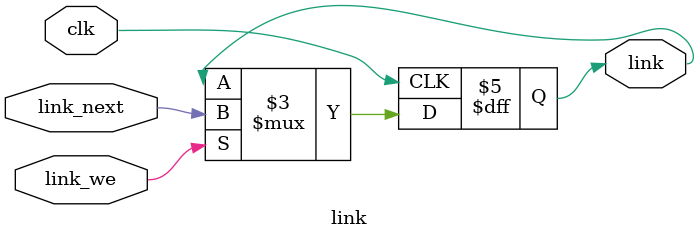
<source format=v>


`timescale 1ns/10ps
`default_nettype none


module cpu_core(clk, rst,
                bus_stb, bus_we, bus_size, bus_addr,
                bus_din, bus_dout, bus_ack, bus_irq);
    input clk;				// system clock
    input rst;				// system reset
    output bus_stb;			// bus strobe
    output bus_we;			// bus write enable
    output [1:0] bus_size;		// 00: byte, 01: halfword, 10: word
    output [31:0] bus_addr;		// bus address
    input [31:0] bus_din;		// bus data input, for reads
    output [31:0] bus_dout;		// bus data output, for writes
    input bus_ack;			// bus acknowledge
    input [15:0] bus_irq;		// bus interrupt requests

  // program counter
  wire [31:0] pc;		// program counter
  wire pc_we;			// pc write enable
  wire [2:0] pc_src;		// pc source selector
  wire [31:0] pc_next;		// value written into pc

  // bus & mmu
  wire [31:0] mar;		// memory address register
  wire mar_we;			// mar write enable
  wire ma_src;			// memory address source selector
  wire [2:0] mmu_fnc;		// mmu function
  wire [31:0] virt_addr;	// virtual address
  wire [31:0] phys_addr;	// physical address
  wire [31:0] mdor;		// memory data out register
  wire mdor_we;			// mdor write enable
  wire [31:0] mdir;		// memory data in register
  wire mdir_we;			// mdir write enable
  wire mdir_sx;			// mdir sign-extend

  // instruction register & decoder
  wire ir_we;			// ir write enable
  wire [5:0] opcode;		// opcode part of ir
  wire [4:0] reg1;		// register 1 part of ir
  wire [4:0] reg2;		// register 2 part of ir
  wire [4:0] reg3;		// register 3 part of ir
  wire [31:0] sx16;		// sign-extended 16-bit immediate
  wire [31:0] zx16;		// zero-extended 16-bit immediate
  wire [31:0] hi16;		// high 16-bit immediate
  wire [31:0] sx16s2;		// sign-extended 16-bit immediate << 2
  wire [31:0] sx26s2;		// sign-extended 26-bit immediate << 2

  // register file
  wire [4:0] reg_a1;		// register address 1
  wire [31:0] reg_do1;		// register data out 1
  wire [1:0] reg_src2;		// register source 2 selector
  wire [4:0] reg_a2;		// register address 2
  wire [31:0] reg_do2;		// register data out 2
  wire reg_we2;			// register write enable 2
  wire reg_we2_prot;		// register write enable 2,
				// protected against writes with a2 = 0
  wire [2:0] reg_di2_src;	// register data in 2 source selector
  wire [31:0] reg_di2;		// register data in 2

  // alu, shift, and muldiv units
  wire alu_src1;		// alu source 1 selector
  wire [31:0] alu_op1;		// alu operand 1
  wire [2:0] alu_src2;		// alu source 2 selector
  wire [31:0] alu_op2;		// alu operand 2
  wire [2:0] alu_fnc;		// alu function
  wire [31:0] alu_res;		// alu result
  wire alu_equ;			// alu operand 1 = operand 2
  wire alu_ult;			// alu operand 1 < operand 2 (unsigned)
  wire alu_slt;			// alu operand 1 < operand 2 (signed)
  wire [1:0] shift_fnc;		// shift function
  wire [31:0] shift_res;	// shift result
  wire [2:0] muldiv_fnc;	// muldiv function
  wire muldiv_start;		// muldiv should start
  wire muldiv_done;		// muldiv has finished
  wire muldiv_error;		// muldiv detected division by zero
  wire [31:0] muldiv_res;	// muldiv result

  // special registers
  wire [2:0] sreg_num;		// special register number
  wire sreg_we;			// special register write enable
  wire [31:0] sreg_di;		// special register data in
  wire [31:0] sreg_do;		// special register data out
  wire [31:0] psw;		// special register 0 (psw) contents
  wire psw_we;			// psw write enable
  wire [31:0] psw_new;		// new psw contents
  wire [31:0] tlb_index;	// special register 1 (tlb index) contents
  wire tlb_index_we;		// tlb index write enable
  wire [31:0] tlb_index_new;	// new tlb index contents
  wire [31:0] tlb_entry_hi;	// special register 2 (tlb entry hi) contents
  wire tlb_entry_hi_we;		// tlb entry hi write enable
  wire [31:0] tlb_entry_hi_new;	// new tlb entry hi contents
  wire [31:0] tlb_entry_lo;	// special register 3 (tlb entry lo) contents
  wire tlb_entry_lo_we;		// tlb entry lo write enable
  wire [31:0] tlb_entry_lo_new;	// new tlb entry lo contents
  wire [31:0] mmu_bad_addr;	// special register 4 (mmu bad addr) contents
  wire mmu_bad_addr_we;		// mmu bad addr write enable
  wire [31:0] mmu_bad_addr_new;	// new mmu bad addr contents
  wire [31:0] mmu_bad_accs;	// special register 5 (mmu bad accs) contents
  wire mmu_bad_accs_we;		// mmu bad accs write enable
  wire [31:0] mmu_bad_accs_new;	// new mmu bad accs contents

  // mmu & tlb
  wire tlb_kmissed;		// page not found in tlb, MSB of addr is 1
  wire tlb_umissed;		// page not found in tlb, MSB of addr is 0
  wire tlb_invalid;		// tlb entry is invalid
  wire tlb_wrtprot;		// frame is write-protected

  // link register
  wire link;			// link register
  wire link_we;			// link register write enable
  wire link_next;		// link register next value

  //------------------------------------------------------------

  // program counter
  assign pc_next = (pc_src == 3'b000) ? alu_res :
                   (pc_src == 3'b001) ? 32'hE0000000 :
                   (pc_src == 3'b010) ? 32'hE0000004 :
                   (pc_src == 3'b011) ? 32'hC0000004 :
                   (pc_src == 3'b100) ? 32'hE0000008 :
                   (pc_src == 3'b101) ? 32'hC0000008 :
                   32'hxxxxxxxx;
  pc pc_1(clk, pc_we, pc_next, pc);

  // bus & mmu
  mar mar_1(clk, mar_we, alu_res, mar);
  assign virt_addr = (ma_src == 0) ? pc : mar;
  mmu mmu_1(clk, rst, mmu_fnc, virt_addr, phys_addr,
            tlb_index, tlb_index_new,
            tlb_entry_hi, tlb_entry_hi_new,
            tlb_entry_lo, tlb_entry_lo_new,
            tlb_kmissed, tlb_umissed,
            tlb_invalid, tlb_wrtprot);
  assign bus_addr = phys_addr;
  mdor mdor_1(clk, mdor_we, reg_do2, mdor);
  assign bus_dout = mdor;
  mdir mdir_1(clk, mdir_we, bus_din, bus_size, mdir_sx, mdir);

  // instruction register & decoder
  ir ir_1(clk,
          ir_we, bus_din,
          opcode, reg1, reg2, reg3,
          sx16, zx16, hi16, sx16s2, sx26s2);

  // register file
  assign reg_a1 = reg1;
  assign reg_a2 = (reg_src2 == 2'b00) ? reg2 :
                  (reg_src2 == 2'b01) ? reg3 :
                  (reg_src2 == 2'b10) ? 5'b11111 :
                  (reg_src2 == 2'b11) ? 5'b11110 :
                  5'bxxxxx;
  assign reg_we2_prot = reg_we2 & (| reg_a2[4:0]);
  assign reg_di2 = (reg_di2_src == 3'b000) ? alu_res :
                   (reg_di2_src == 3'b001) ? shift_res :
                   (reg_di2_src == 3'b010) ? muldiv_res :
                   (reg_di2_src == 3'b011) ? mdir :
                   (reg_di2_src == 3'b100) ? sreg_do :
                   (reg_di2_src == 3'b101) ? { 31'h00000000, link } :
                   32'hxxxxxxxx;
  regs regs_1(clk,
              reg_a1, reg_do1,
              reg_a2, reg_do2, reg_we2_prot, reg_di2);

  // alu, shift, and muldiv units
  assign alu_op1 = (alu_src1 == 0) ? pc : reg_do1;
  assign alu_op2 = (alu_src2 == 3'b000) ? 32'h00000004 :
                   (alu_src2 == 3'b001) ? reg_do2 :
                   (alu_src2 == 3'b010) ? sx16 :
                   (alu_src2 == 3'b011) ? zx16 :
                   (alu_src2 == 3'b100) ? hi16 :
                   (alu_src2 == 3'b101) ? sx16s2 :
                   (alu_src2 == 3'b110) ? sx26s2 :
                   32'hxxxxxxxx;
  alu alu_1(alu_op1, alu_op2, alu_fnc,
            alu_res, alu_equ, alu_ult, alu_slt);
  shift shift_1(clk, alu_op1, alu_op2[4:0], shift_fnc, shift_res);
  muldiv muldiv_1(clk, alu_op1, alu_op2, muldiv_fnc, muldiv_start,
                  muldiv_done, muldiv_error, muldiv_res);

  // special registers
  assign sreg_num = zx16[2:0];
  assign sreg_di = reg_do2;
  sregs sregs_1(clk, rst,
                sreg_num, sreg_we, sreg_di, sreg_do,
                psw, psw_we, psw_new,
                tlb_index, tlb_index_we, tlb_index_new,
                tlb_entry_hi, tlb_entry_hi_we, tlb_entry_hi_new,
                tlb_entry_lo, tlb_entry_lo_we, tlb_entry_lo_new,
                mmu_bad_addr, mmu_bad_addr_we, mmu_bad_addr_new,
                mmu_bad_accs, mmu_bad_accs_we, mmu_bad_accs_new);
  assign mmu_bad_addr_new = virt_addr;
  assign mmu_bad_accs_we = mmu_bad_addr_we;
  assign mmu_bad_accs_new = { 29'b0, bus_we, bus_size[1:0] };

  // link register
  link link_1(clk, link_we, link_next, link);

  // ctrl
  ctrl ctrl_1(clk, rst,
              opcode, alu_equ, alu_ult, alu_slt,
              bus_ack, bus_stb, bus_we, bus_size,
              pc_src, pc_we,
              mar_we, ma_src, mmu_fnc,
              mdor_we, mdir_we, mdir_sx, ir_we,
              reg_src2, reg_di2_src, reg_we2,
              alu_src1, alu_src2, alu_fnc, shift_fnc,
              muldiv_fnc, muldiv_start,
              muldiv_done, muldiv_error,
              sreg_we, bus_irq, psw, psw_we, psw_new,
              virt_addr[31], virt_addr[1], virt_addr[0],
              tlb_kmissed, tlb_umissed,
              tlb_invalid, tlb_wrtprot,
              tlb_index_we, tlb_entry_hi_we,
              tlb_entry_lo_we, mmu_bad_addr_we,
              link, link_we, link_next);

endmodule


//--------------------------------------------------------------
// ctrl -- the finite state machine within the CPU
//--------------------------------------------------------------


module ctrl(clk, rst,
            opcode, alu_equ, alu_ult, alu_slt,
            bus_ack, bus_stb, bus_we, bus_size,
            pc_src, pc_we,
            mar_we, ma_src, mmu_fnc,
            mdor_we, mdir_we, mdir_sx, ir_we,
            reg_src2, reg_di2_src, reg_we2,
            alu_src1, alu_src2, alu_fnc, shift_fnc,
            muldiv_fnc, muldiv_start,
            muldiv_done, muldiv_error,
            sreg_we, bus_irq, psw, psw_we, psw_new,
            va_31, va_1, va_0,
            tlb_kmissed, tlb_umissed,
            tlb_invalid, tlb_wrtprot,
            tlb_index_we, tlb_entry_hi_we,
            tlb_entry_lo_we, mmu_bad_addr_we,
            link, link_we, link_next);
    input clk;
    input rst;
    input [5:0] opcode;
    input alu_equ;
    input alu_ult;
    input alu_slt;
    input bus_ack;
    output reg bus_stb;
    output reg bus_we;
    output reg [1:0] bus_size;
    output reg [2:0] pc_src;
    output reg pc_we;
    output reg mar_we;
    output reg ma_src;
    output reg [2:0] mmu_fnc;
    output reg mdor_we;
    output reg mdir_we;
    output reg mdir_sx;
    output reg ir_we;
    output reg [1:0] reg_src2;
    output reg [2:0] reg_di2_src;
    output reg reg_we2;
    output reg alu_src1;
    output reg [2:0] alu_src2;
    output reg [2:0] alu_fnc;
    output reg [1:0] shift_fnc;
    output reg [2:0] muldiv_fnc;
    output reg muldiv_start;
    input muldiv_done;
    input muldiv_error;
    output reg sreg_we;
    input [15:0] bus_irq;
    input [31:0] psw;
    output reg psw_we;
    output reg [31:0] psw_new;
    input va_31, va_1, va_0;
    input tlb_kmissed;
    input tlb_umissed;
    input tlb_invalid;
    input tlb_wrtprot;
    output reg tlb_index_we;
    output reg tlb_entry_hi_we;
    output reg tlb_entry_lo_we;
    output reg mmu_bad_addr_we;
    input link;
    output reg link_we;
    output reg link_next;

  wire type_rrr;		// instr type is RRR
  wire type_rrs;		// instr type is RRS
  wire type_rrh;		// instr type is RRH
  wire type_rhh;		// instr type is RHH
  wire type_rrb;		// instr type is RRB
  wire type_j;			// instr type is J
  wire type_jr;			// instr type is JR
  wire type_link;		// instr saves PC+4 in $31
  wire type_ld;			// instr loads data
  wire type_st;			// instr stores data
  wire type_ldst;		// instr loads or stores data
  wire [1:0] ldst_size;		// load/store transfer size
  wire type_shift;		// instr uses the shift unit
  wire type_muldiv;		// instr uses the muldiv unit
  wire type_fast;		// instr is not shift or muldiv
  wire type_mvfs;		// instr is mvfs
  wire type_mvts;		// instr is mvts
  wire type_rfx;		// instr is rfx
  wire type_trap;		// instr is trap
  wire type_tb;			// instr is a TLB instr
  wire type_cctl;		// instr is cctl
  wire type_ldlw;		// instr is ldlw
  wire type_stcw;		// instr is stcw
  reg [5:0] state;		// cpu internal state
				//  0: reset
				//  1: fetch instr (addr xlat)
				//  2: decode instr
				//     increment pc by 4
				//     possibly store pc+4 in $31
				//  3: execute RRR-type instr
				//  4: execute RRS-type instr
				//  5: execute RRH-type instr
				//  6: execute RHH-type instr
				//  7: execute RRB-type instr (1)
				//  8: execute RRB-type instr (2)
				//  9: execute J-type instr
				// 10: execute JR-type instr
				// 11: execute LDST-type instr (1)
				// 12: execute LD-type instr (addr xlat)
				// 13: execute LD-type instr (4)
				// 14: execute ST-type instr (addr xlat)
				// 15: interrupt
				// 16: extra state for RRR shift instr
				// 17: extra state for RRH shift instr
				// 18: extra state for RRR muldiv instr
				// 19: extra state for RRS muldiv instr
				// 20: extra state for RRH muldiv instr
				// 21: execute mvfs instr
				// 22: execute mvts instr
				// 23: execute rfx instr
				// 24: irq_trigger check for mvts and rfx
				// 25: exception (locus is PC-4)
				// 26: exception (locus is PC)
				// 27: execute TLB instr
				// 28: fetch instr (bus cycle)
				// 29: execute LD-type instr (bus cycle)
				// 30: execute ST-type instr (bus cycle)
				// 31: execute cctl instr
				// 32: execute ldlw/stcw instr (1)
				// 33: execute ldlw instr (addr xlat)
				// 34: execute ldlw instr (bus cycle)
				// 35: execute ldlw instr (4)
				// 36: execute stcw instr (addr xlat)
				// 37: execute stcw instr (bus cycle)
				// all other: unused
  reg branch;			// take the branch iff true
  wire [15:0] irq_pending;	// the vector of pending unmasked irqs
  wire irq_trigger;		// true iff any pending irq is present
				// and interrupts are globally enabled
  reg [3:0] irq_priority;	// highest priority of pending interrupts
  reg [3:0] exc_priority;	// exception, when entering state 25 or 26
  reg [7:0] bus_count;		// counter to detect bus timeout
  wire bus_timeout;		// bus timeout detected
  wire exc_prv_addr;		// privileged address exception detected
  wire exc_ill_addr;		// illegal address exception detected
  wire exc_tlb_but_wrtprot;	// any tlb exception but write protection
  wire exc_tlb_any;		// any tlb exception

  //------------------------------------------------------------

  // decode instr type
  assign type_rrr    = ((opcode == 6'h00) ||
                        (opcode == 6'h02) ||
                        (opcode == 6'h04) ||
                        (opcode == 6'h06) ||
                        (opcode == 6'h08) ||
                        (opcode == 6'h0A) ||
                        (opcode == 6'h0C) ||
                        (opcode == 6'h0E) ||
                        (opcode == 6'h10) ||
                        (opcode == 6'h12) ||
                        (opcode == 6'h14) ||
                        (opcode == 6'h16) ||
                        (opcode == 6'h18) ||
                        (opcode == 6'h1A) ||
                        (opcode == 6'h1C)) ? 1'b1 : 1'b0;
  assign type_rrs    = ((opcode == 6'h01) ||
                        (opcode == 6'h03) ||
                        (opcode == 6'h05) ||
                        (opcode == 6'h09) ||
                        (opcode == 6'h0D)) ? 1'b1 : 1'b0;
  assign type_rrh    = ((opcode == 6'h07) ||
                        (opcode == 6'h0B) ||
                        (opcode == 6'h0F) ||
                        (opcode == 6'h11) ||
                        (opcode == 6'h13) ||
                        (opcode == 6'h15) ||
                        (opcode == 6'h17) ||
                        (opcode == 6'h19) ||
                        (opcode == 6'h1B) ||
                        (opcode == 6'h1D)) ? 1'b1 : 1'b0;
  assign type_rhh    = (opcode == 6'h1F) ? 1'b1 : 1'b0;
  assign type_rrb    = ((opcode == 6'h20) ||
                        (opcode == 6'h21) ||
                        (opcode == 6'h22) ||
                        (opcode == 6'h23) ||
                        (opcode == 6'h24) ||
                        (opcode == 6'h25) ||
                        (opcode == 6'h26) ||
                        (opcode == 6'h27) ||
                        (opcode == 6'h28) ||
                        (opcode == 6'h29)) ? 1'b1 : 1'b0;
  assign type_j      = ((opcode == 6'h2A) ||
                        (opcode == 6'h2C)) ? 1'b1 : 1'b0;
  assign type_jr     = ((opcode == 6'h2B) ||
                        (opcode == 6'h2D)) ? 1'b1 : 1'b0;
  assign type_link   = ((opcode == 6'h2C) ||
                        (opcode == 6'h2D)) ? 1'b1 : 1'b0;
  assign type_ld     = ((opcode == 6'h30) ||
                        (opcode == 6'h31) ||
                        (opcode == 6'h32) ||
                        (opcode == 6'h33) ||
                        (opcode == 6'h34)) ? 1'b1 : 1'b0;
  assign type_st     = ((opcode == 6'h35) ||
                        (opcode == 6'h36) ||
                        (opcode == 6'h37)) ? 1'b1 : 1'b0;
  assign type_ldst   = type_ld | type_st;
  assign ldst_size   = ((opcode == 6'h30) ||
                        (opcode == 6'h35)) ? 2'b10 :
                       ((opcode == 6'h31) ||
                        (opcode == 6'h32) ||
                        (opcode == 6'h36)) ? 2'b01 :
                       ((opcode == 6'h33) ||
                        (opcode == 6'h34) ||
                        (opcode == 6'h37)) ? 2'b00 :
                       2'bxx;
  assign type_shift  = ((opcode == 6'h18) ||
                        (opcode == 6'h19) ||
                        (opcode == 6'h1A) ||
                        (opcode == 6'h1B) ||
                        (opcode == 6'h1C) ||
                        (opcode == 6'h1D)) ? 1'b1 : 1'b0;
  assign type_muldiv = ((opcode == 6'h04) ||
                        (opcode == 6'h05) ||
                        (opcode == 6'h06) ||
                        (opcode == 6'h07) ||
                        (opcode == 6'h08) ||
                        (opcode == 6'h09) ||
                        (opcode == 6'h0A) ||
                        (opcode == 6'h0B) ||
                        (opcode == 6'h0C) ||
                        (opcode == 6'h0D) ||
                        (opcode == 6'h0E) ||
                        (opcode == 6'h0F)) ? 1'b1 : 1'b0;
  assign type_fast   = ~(type_shift | type_muldiv);
  assign type_mvfs   = (opcode == 6'h38) ? 1'b1 : 1'b0;
  assign type_mvts   = (opcode == 6'h39) ? 1'b1 : 1'b0;
  assign type_rfx    = (opcode == 6'h2F) ? 1'b1 : 1'b0;
  assign type_trap   = (opcode == 6'h2E) ? 1'b1 : 1'b0;
  assign type_tb     = ((opcode == 6'h3A) ||
                        (opcode == 6'h3B) ||
                        (opcode == 6'h3C) ||
                        (opcode == 6'h3D)) ? 1'b1 : 1'b0;
  assign type_cctl   = (opcode == 6'h1E) ? 1'b1 : 1'b0;
  assign type_ldlw   = (opcode == 6'h3E) ? 1'b1 : 1'b0;
  assign type_stcw   = (opcode == 6'h3F) ? 1'b1 : 1'b0;

  // state machine
  always @(posedge clk) begin
    if (rst) begin
      state <= 6'd0;
    end else begin
      case (state)
        6'd0:  // reset
          begin
            state <= 6'd1;
          end
        6'd1:  // fetch instr (addr xlat)
          begin
            if (exc_prv_addr) begin
              state <= 6'd26;
              exc_priority <= 4'd9;
            end else
            if (exc_ill_addr) begin
              state <= 6'd26;
              exc_priority <= 4'd8;
            end else begin
              state <= 6'd28;
            end
          end
        6'd2:  // decode instr
               // increment pc by 4
               // possibly store pc+4 in $31
          begin
            if (type_rrr) begin
              // RRR-type instr
              state <= 6'd3;
            end else
            if (type_rrs) begin
              // RRS-type instr
              state <= 6'd4;
            end else
            if (type_rrh) begin
              // RRH-type instr
              state <= 6'd5;
            end else
            if (type_rhh) begin
              // RHH-type instr
              state <= 6'd6;
            end else
            if (type_rrb) begin
              // RRB-type instr
              state <= 6'd7;
            end else
            if (type_j) begin
              // J-type instr
              state <= 6'd9;
            end else
            if (type_jr) begin
              // JR-type instr
              state <= 6'd10;
            end else
            if (type_ldst) begin
              // LDST-type instr
              state <= 6'd11;
            end else
            if (type_mvfs) begin
              // mvfs instr
              state <= 6'd21;
            end else
            if (type_mvts) begin
              // mvts instr
              if (psw[26] == 1) begin
                state <= 6'd25;
                exc_priority <= 4'd2;
              end else begin
                state <= 6'd22;
              end
            end else
            if (type_rfx) begin
              // rfx instr
              if (psw[26] == 1) begin
                state <= 6'd25;
                exc_priority <= 4'd2;
              end else begin
                state <= 6'd23;
              end
            end else
            if (type_trap) begin
              // trap instr
              state <= 6'd25;
              exc_priority <= 4'd4;
            end else
            if (type_tb) begin
              // TLB instr
              if (psw[26] == 1) begin
                state <= 6'd25;
                exc_priority <= 4'd2;
              end else begin
                state <= 6'd27;
              end
            end else
            if (type_cctl) begin
              // cctl instr
              state <= 6'd31;
            end else
            if (type_ldlw | type_stcw) begin
              // ldlw/stcw instr
              state <= 6'd32;
            end else begin
              // illegal instr
              state <= 6'd25;
              exc_priority <= 4'd1;
            end
          end
        6'd3:  // execute RRR-type instr
          begin
            if (type_muldiv) begin
              state <= 6'd18;
            end else
            if (type_shift) begin
              state <= 6'd16;
            end else begin
              if (irq_trigger) begin
                state <= 6'd15;
              end else begin
                state <= 6'd1;
              end
            end
          end
        6'd4:  // execute RRS-type instr
          begin
            if (type_muldiv) begin
              state <= 6'd19;
            end else begin
              if (irq_trigger) begin
                state <= 6'd15;
              end else begin
                state <= 6'd1;
              end
            end
          end
        6'd5:  // execute RRH-type instr
          begin
            if (type_muldiv) begin
              state <= 6'd20;
            end else
            if (type_shift) begin
              state <= 6'd17;
            end else begin
              if (irq_trigger) begin
                state <= 6'd15;
              end else begin
                state <= 6'd1;
              end
            end
          end
        6'd6:  // execute RHH-type instr
          begin
            if (irq_trigger) begin
              state <= 6'd15;
            end else begin
              state <= 6'd1;
            end
          end
        6'd7:  // execute RRB-type instr (1)
          begin
            if (branch) begin
              state <= 6'd8;
            end else begin
              if (irq_trigger) begin
                state <= 6'd15;
              end else begin
                state <= 6'd1;
              end
            end
          end
        6'd8:  // execute RRB-type instr (2)
          begin
            if (irq_trigger) begin
              state <= 6'd15;
            end else begin
              state <= 6'd1;
            end
          end
        6'd9:  // execute J-type instr
          begin
            if (irq_trigger) begin
              state <= 6'd15;
            end else begin
              state <= 6'd1;
            end
          end
        6'd10:  // execute JR-type instr
          begin
            if (irq_trigger) begin
              state <= 6'd15;
            end else begin
              state <= 6'd1;
            end
          end
        6'd11:  // execute LDST-type instr (1)
          begin
            if (type_ld) begin
              state <= 6'd12;
            end else begin
              state <= 6'd14;
            end
          end
        6'd12:  // execute LD-type instr (addr xlat)
          begin
            if (exc_prv_addr) begin
              state <= 6'd25;
              exc_priority <= 4'd9;
            end else
            if (exc_ill_addr) begin
              state <= 6'd25;
              exc_priority <= 4'd8;
            end else begin
              state <= 6'd29;
            end
          end
        6'd13:  // execute LD-type instr (4)
          begin
            if (irq_trigger) begin
              state <= 6'd15;
            end else begin
              state <= 6'd1;
            end
          end
        6'd14:  // execute ST-type instr (addr xlat)
          begin
            if (exc_prv_addr) begin
              state <= 6'd25;
              exc_priority <= 4'd9;
            end else
            if (exc_ill_addr) begin
              state <= 6'd25;
              exc_priority <= 4'd8;
            end else begin
              state <= 6'd30;
            end
          end
        6'd15:  // interrupt
          begin
            state <= 6'd1;
          end
        6'd16:  // extra state for RRR shift instr
          begin
            if (irq_trigger) begin
              state <= 6'd15;
            end else begin
              state <= 6'd1;
            end
          end
        6'd17:  // extra state for RRH shift instr
          begin
            if (irq_trigger) begin
              state <= 6'd15;
            end else begin
              state <= 6'd1;
            end
          end
        6'd18:  // extra state for RRR muldiv instr
          begin
            if (muldiv_done) begin
              if (muldiv_error) begin
                state <= 6'd25;
                exc_priority <= 4'd3;
              end else
              if (irq_trigger) begin
                state <= 6'd15;
              end else begin
                state <= 6'd1;
              end
            end else begin
              state <= 6'd18;
            end
          end
        6'd19:  // extra state for RRS muldiv instr
          begin
            if (muldiv_done) begin
              if (muldiv_error) begin
                state <= 6'd25;
                exc_priority <= 4'd3;
              end else
              if (irq_trigger) begin
                state <= 6'd15;
              end else begin
                state <= 6'd1;
              end
            end else begin
              state <= 6'd19;
            end
          end
        6'd20:  // extra state for RRH muldiv instr
          begin
            if (muldiv_done) begin
              if (muldiv_error) begin
                state <= 6'd25;
                exc_priority <= 4'd3;
              end else
              if (irq_trigger) begin
                state <= 6'd15;
              end else begin
                state <= 6'd1;
              end
            end else begin
              state <= 6'd20;
            end
          end
        6'd21:  // execute mvfs instr
          begin
            if (irq_trigger) begin
              state <= 6'd15;
            end else begin
              state <= 6'd1;
            end
          end
        6'd22:  // execute mvts instr
          begin
            state <= 6'd24;
          end
        6'd23:  // execute rfx instr
          begin
            state <= 6'd24;
          end
        6'd24:  // irq_trigger check for mvts and rfx
          begin
            if (irq_trigger) begin
              state <= 6'd15;
            end else begin
              state <= 6'd1;
            end
          end
        6'd25:  // exception (locus is PC-4)
          begin
            state <= 6'd1;
          end
        6'd26:  // exception (locus is PC)
          begin
            state <= 6'd1;
          end
        6'd27:  // execute TLB instr
          begin
            if (irq_trigger) begin
              state <= 6'd15;
            end else begin
              state <= 6'd1;
            end
          end
        6'd28:  // fetch instr (bus cycle)
          begin
            if (tlb_kmissed == 1 || tlb_umissed == 1) begin
              state <= 6'd26;
              exc_priority <= 4'd5;
            end else
            if (tlb_invalid == 1) begin
              state <= 6'd26;
              exc_priority <= 4'd7;
            end else
            if (bus_ack == 0) begin
              if (bus_timeout == 1) begin
                state <= 6'd26;
                exc_priority <= 4'd0;
              end else begin
                state <= 6'd28;
              end
            end else begin
              state <= 6'd2;
            end
          end
        6'd29:  // execute LD-type instr (bus cycle)
          begin
            if (tlb_kmissed == 1 || tlb_umissed == 1) begin
              state <= 6'd25;
              exc_priority <= 4'd5;
            end else
            if (tlb_invalid == 1) begin
              state <= 6'd25;
              exc_priority <= 4'd7;
            end else
            if (bus_ack == 0) begin
              if (bus_timeout == 1) begin
                state <= 6'd25;
                exc_priority <= 4'd0;
              end else begin
                state <= 6'd29;
              end
            end else begin
              state <= 6'd13;
            end
          end
        6'd30:  // execute ST-type instr (bus cycle)
          begin
            if (tlb_kmissed == 1 || tlb_umissed == 1) begin
              state <= 6'd25;
              exc_priority <= 4'd5;
            end else
            if (tlb_invalid == 1) begin
              state <= 6'd25;
              exc_priority <= 4'd7;
            end else
            if (tlb_wrtprot == 1) begin
              state <= 6'd25;
              exc_priority <= 4'd6;
            end else
            if (bus_ack == 0) begin
              if (bus_timeout == 1) begin
                state <= 6'd25;
                exc_priority <= 4'd0;
              end else begin
                state <= 6'd30;
              end
            end else begin
              if (irq_trigger) begin
                state <= 6'd15;
              end else begin
                state <= 6'd1;
              end
            end
          end
        6'd31:  // execute cctl instr
          begin
            if (irq_trigger) begin
              state <= 6'd15;
            end else begin
              state <= 6'd1;
            end
          end
        6'd32:  // execute ldlw/stcw instr (1)
          begin
            if (type_ldlw) begin
              state <= 6'd33;
            end else begin
              state <= 6'd36;
            end
          end
        6'd33:  // execute ldlw instr (addr xlat)
          begin
            if (exc_prv_addr) begin
              state <= 6'd25;
              exc_priority <= 4'd9;
            end else
            if (exc_ill_addr) begin
              state <= 6'd25;
              exc_priority <= 4'd8;
            end else begin
              state <= 6'd34;
            end
          end
        6'd34:  // execute ldlw instr (bus cycle)
          begin
            if (tlb_kmissed == 1 || tlb_umissed == 1) begin
              state <= 6'd25;
              exc_priority <= 4'd5;
            end else
            if (tlb_invalid == 1) begin
              state <= 6'd25;
              exc_priority <= 4'd7;
            end else
            if (bus_ack == 0) begin
              if (bus_timeout == 1) begin
                state <= 6'd25;
                exc_priority <= 4'd0;
              end else begin
                state <= 6'd34;
              end
            end else begin
              state <= 6'd35;
            end
          end
        6'd35:  // execute ldlw instr (4)
          begin
            if (irq_trigger) begin
              state <= 6'd15;
            end else begin
              state <= 6'd1;
            end
          end
        6'd36:  // execute stcw instr (addr xlat)
          begin
            if (exc_prv_addr) begin
              state <= 6'd25;
              exc_priority <= 4'd9;
            end else
            if (exc_ill_addr) begin
              state <= 6'd25;
              exc_priority <= 4'd8;
            end else begin
              if (link) begin
                state <= 6'd37;
              end else begin
                state <= 6'd38;
              end
            end
          end
        6'd37:  // execute stcw instr (bus cycle)
          begin
            if (tlb_kmissed == 1 || tlb_umissed == 1) begin
              state <= 6'd25;
              exc_priority <= 4'd5;
            end else
            if (tlb_invalid == 1) begin
              state <= 6'd25;
              exc_priority <= 4'd7;
            end else
            if (tlb_wrtprot == 1) begin
              state <= 6'd25;
              exc_priority <= 4'd6;
            end else
            if (bus_ack == 0) begin
              if (bus_timeout == 1) begin
                state <= 6'd25;
                exc_priority <= 4'd0;
              end else begin
                state <= 6'd37;
              end
            end else begin
              state <= 6'd38;
            end
          end
        6'd38:  // execute stcw instr (4)
          begin
            if (irq_trigger) begin
              state <= 6'd15;
            end else begin
              state <= 6'd1;
            end
          end
        default:  // all other states: unused
          begin
            state <= 6'd0;
          end
      endcase
    end
  end

  // bus timeout detector
  assign bus_timeout = (bus_count == 8'h00) ? 1'b1 : 1'b0;
  always @(posedge clk) begin
    if (bus_stb == 1 && bus_ack == 0) begin
      // bus is waiting
      bus_count <= bus_count - 8'h1;
    end else begin
      // bus is not waiting
      bus_count <= 8'hFF;
    end
  end

  // output logic
  always @(*) begin
    case (state)
      6'd0:  // reset
        begin
          pc_src = 3'b001;
          pc_we = 1'b1;
          mar_we = 1'b0;
          ma_src = 1'bx;
          mmu_fnc = 3'b000;
          mdor_we = 1'b0;
          bus_stb = 1'b0;
          bus_we = 1'bx;
          bus_size = 2'bxx;
          mdir_we = 1'b0;
          mdir_sx = 1'bx;
          ir_we = 1'b0;
          reg_src2 = 2'bxx;
          reg_di2_src = 3'bxxx;
          reg_we2 = 1'b0;
          alu_src1 = 1'bx;
          alu_src2 = 3'bxxx;
          alu_fnc = 3'bxxx;
          shift_fnc = 2'bxx;
          muldiv_fnc = 3'bxxx;
          muldiv_start = 1'b0;
          sreg_we = 1'b0;
          psw_we = 1'b0;
          psw_new = 32'hxxxxxxxx;
          tlb_index_we = 1'b0;
          tlb_entry_hi_we = 1'b0;
          tlb_entry_lo_we = 1'b0;
          mmu_bad_addr_we = 1'b0;
          link_we = 1'b1;
          link_next = 1'b0;
        end
      6'd1:  // fetch instr (addr xlat)
        begin
          pc_src = 3'bxxx;
          pc_we = 1'b0;
          mar_we = 1'b0;
          ma_src = 1'b0;
          mmu_fnc = (exc_prv_addr | exc_ill_addr) ? 3'b000 : 3'b001;
          mdor_we = 1'b0;
          bus_stb = 1'b0;
          bus_we = 1'b0;         // get bad_accs right in case of exc
          bus_size = 2'b10;      // enable illegal address detection
          mdir_we = 1'b0;
          mdir_sx = 1'bx;
          ir_we = 1'b0;
          reg_src2 = 2'bxx;
          reg_di2_src = 3'bxxx;
          reg_we2 = 1'b0;
          alu_src1 = 1'bx;
          alu_src2 = 3'bxxx;
          alu_fnc = 3'bxxx;
          shift_fnc = 2'bxx;
          muldiv_fnc = 3'bxxx;
          muldiv_start = 1'b0;
          sreg_we = 1'b0;
          psw_we = 1'b0;
          psw_new = 32'hxxxxxxxx;
          tlb_index_we = 1'b0;
          tlb_entry_hi_we = 1'b0;
          tlb_entry_lo_we = 1'b0;
          mmu_bad_addr_we = exc_prv_addr | exc_ill_addr;
          link_we = 1'b0;
          link_next = 1'bx;
        end
      6'd2:  // decode instr
             // increment pc by 4
             // possibly store pc+4 in $31
        begin
          pc_src = 3'b000;
          pc_we = 1'b1;
          mar_we = 1'b0;
          ma_src = 1'bx;
          mmu_fnc = 3'b000;
          mdor_we = 1'b0;
          bus_stb = 1'b0;
          bus_we = 1'bx;
          bus_size = 2'bxx;
          mdir_we = 1'b0;
          mdir_sx = 1'bx;
          ir_we = 1'b0;
          reg_src2 = (type_link == 1) ? 2'b10 :
                     (type_rfx == 1) ? 2'b11 :
                     2'b00;
          reg_di2_src = (type_link == 1) ? 3'b000 : 3'bxxx;
          reg_we2 = (type_link == 1) ? 1'b1 : 1'b0;
          alu_src1 = 1'b0;
          alu_src2 = 3'b000;
          alu_fnc = 3'b000;
          shift_fnc = 2'bxx;
          muldiv_fnc = 3'bxxx;
          muldiv_start = 1'b0;
          sreg_we = 1'b0;
          psw_we = 1'b0;
          psw_new = 32'hxxxxxxxx;
          tlb_index_we = 1'b0;
          tlb_entry_hi_we = 1'b0;
          tlb_entry_lo_we = 1'b0;
          mmu_bad_addr_we = 1'b0;
          link_we = 1'b0;
          link_next = 1'bx;
        end
      6'd3:  // execute RRR-type instr
        begin
          pc_src = 3'bxxx;
          pc_we = 1'b0;
          mar_we = 1'b0;
          ma_src = 1'bx;
          mmu_fnc = 3'b000;
          mdor_we = 1'b0;
          bus_stb = 1'b0;
          bus_we = 1'bx;
          bus_size = 2'bxx;
          mdir_we = 1'b0;
          mdir_sx = 1'bx;
          ir_we = 1'b0;
          reg_src2 = 2'b01;
          reg_di2_src = 3'b000;
          reg_we2 = type_fast;
          alu_src1 = 1'b1;
          alu_src2 = 3'b001;
          alu_fnc = { opcode[4], opcode[2], opcode[1] };
          shift_fnc = { opcode[2], opcode[1] };
          muldiv_fnc = { opcode[3], opcode[2], opcode[1] };
          muldiv_start = type_muldiv;
          sreg_we = 1'b0;
          psw_we = 1'b0;
          psw_new = 32'hxxxxxxxx;
          tlb_index_we = 1'b0;
          tlb_entry_hi_we = 1'b0;
          tlb_entry_lo_we = 1'b0;
          mmu_bad_addr_we = 1'b0;
          link_we = 1'b0;
          link_next = 1'bx;
        end
      6'd4:  // execute RRS-type instr
        begin
          pc_src = 3'bxxx;
          pc_we = 1'b0;
          mar_we = 1'b0;
          ma_src = 1'bx;
          mmu_fnc = 3'b000;
          mdor_we = 1'b0;
          bus_stb = 1'b0;
          bus_we = 1'bx;
          bus_size = 2'bxx;
          mdir_we = 1'b0;
          mdir_sx = 1'bx;
          ir_we = 1'b0;
          reg_src2 = 2'b00;
          reg_di2_src = 3'b000;
          reg_we2 = type_fast;
          alu_src1 = 1'b1;
          alu_src2 = 3'b010;
          alu_fnc = { opcode[4], opcode[2], opcode[1] };
          shift_fnc = 2'bxx;
          muldiv_fnc = { opcode[3], opcode[2], opcode[1] };
          muldiv_start = type_muldiv;
          sreg_we = 1'b0;
          psw_we = 1'b0;
          psw_new = 32'hxxxxxxxx;
          tlb_index_we = 1'b0;
          tlb_entry_hi_we = 1'b0;
          tlb_entry_lo_we = 1'b0;
          mmu_bad_addr_we = 1'b0;
          link_we = 1'b0;
          link_next = 1'bx;
        end
      6'd5:  // execute RRH-type instr
        begin
          pc_src = 3'bxxx;
          pc_we = 1'b0;
          mar_we = 1'b0;
          ma_src = 1'bx;
          mmu_fnc = 3'b000;
          mdor_we = 1'b0;
          bus_stb = 1'b0;
          bus_we = 1'bx;
          bus_size = 2'bxx;
          mdir_we = 1'b0;
          mdir_sx = 1'bx;
          ir_we = 1'b0;
          reg_src2 = 2'b00;
          reg_di2_src = 3'b000;
          reg_we2 = type_fast;
          alu_src1 = 1'b1;
          alu_src2 = 3'b011;
          alu_fnc = { opcode[4], opcode[2], opcode[1] };
          shift_fnc = { opcode[2], opcode[1] };
          muldiv_fnc = { opcode[3], opcode[2], opcode[1] };
          muldiv_start = type_muldiv;
          sreg_we = 1'b0;
          psw_we = 1'b0;
          psw_new = 32'hxxxxxxxx;
          tlb_index_we = 1'b0;
          tlb_entry_hi_we = 1'b0;
          tlb_entry_lo_we = 1'b0;
          mmu_bad_addr_we = 1'b0;
          link_we = 1'b0;
          link_next = 1'bx;
        end
      6'd6:  // execute RHH-type instr
        begin
          pc_src = 3'bxxx;
          pc_we = 1'b0;
          mar_we = 1'b0;
          ma_src = 1'bx;
          mmu_fnc = 3'b000;
          mdor_we = 1'b0;
          bus_stb = 1'b0;
          bus_we = 1'bx;
          bus_size = 2'bxx;
          mdir_we = 1'b0;
          mdir_sx = 1'bx;
          ir_we = 1'b0;
          reg_src2 = 2'b00;
          reg_di2_src = 3'b000;
          reg_we2 = 1'b1;
          alu_src1 = 1'bx;
          alu_src2 = 3'b100;
          alu_fnc = 3'b011;
          shift_fnc = 2'bxx;
          muldiv_fnc = 3'bxxx;
          muldiv_start = 1'b0;
          sreg_we = 1'b0;
          psw_we = 1'b0;
          psw_new = 32'hxxxxxxxx;
          tlb_index_we = 1'b0;
          tlb_entry_hi_we = 1'b0;
          tlb_entry_lo_we = 1'b0;
          mmu_bad_addr_we = 1'b0;
          link_we = 1'b0;
          link_next = 1'bx;
        end
      6'd7:  // execute RRB-type instr (1)
        begin
          pc_src = 3'bxxx;
          pc_we = 1'b0;
          mar_we = 1'b0;
          ma_src = 1'bx;
          mmu_fnc = 3'b000;
          mdor_we = 1'b0;
          bus_stb = 1'b0;
          bus_we = 1'bx;
          bus_size = 2'bxx;
          mdir_we = 1'b0;
          mdir_sx = 1'bx;
          ir_we = 1'b0;
          reg_src2 = 2'bxx;
          reg_di2_src = 3'bxxx;
          reg_we2 = 1'b0;
          alu_src1 = 1'b1;
          alu_src2 = 3'b001;
          alu_fnc = 3'b001;
          shift_fnc = 2'bxx;
          muldiv_fnc = 3'bxxx;
          muldiv_start = 1'b0;
          sreg_we = 1'b0;
          psw_we = 1'b0;
          psw_new = 32'hxxxxxxxx;
          tlb_index_we = 1'b0;
          tlb_entry_hi_we = 1'b0;
          tlb_entry_lo_we = 1'b0;
          mmu_bad_addr_we = 1'b0;
          link_we = 1'b0;
          link_next = 1'bx;
        end
      6'd8:  // execute RRB-type instr (2)
        begin
          pc_src = 3'b000;
          pc_we = 1'b1;
          mar_we = 1'b0;
          ma_src = 1'bx;
          mmu_fnc = 3'b000;
          mdor_we = 1'b0;
          bus_stb = 1'b0;
          bus_we = 1'bx;
          bus_size = 2'bxx;
          mdir_we = 1'b0;
          mdir_sx = 1'bx;
          ir_we = 1'b0;
          reg_src2 = 2'bxx;
          reg_di2_src = 3'bxxx;
          reg_we2 = 1'b0;
          alu_src1 = 1'b0;
          alu_src2 = 3'b101;
          alu_fnc = 3'b000;
          shift_fnc = 2'bxx;
          muldiv_fnc = 3'bxxx;
          muldiv_start = 1'b0;
          sreg_we = 1'b0;
          psw_we = 1'b0;
          psw_new = 32'hxxxxxxxx;
          tlb_index_we = 1'b0;
          tlb_entry_hi_we = 1'b0;
          tlb_entry_lo_we = 1'b0;
          mmu_bad_addr_we = 1'b0;
          link_we = 1'b0;
          link_next = 1'bx;
        end
      6'd9:  // execute J-type instr
        begin
          pc_src = 3'b000;
          pc_we = 1'b1;
          mar_we = 1'b0;
          ma_src = 1'bx;
          mmu_fnc = 3'b000;
          mdor_we = 1'b0;
          bus_stb = 1'b0;
          bus_we = 1'bx;
          bus_size = 2'bxx;
          mdir_we = 1'b0;
          mdir_sx = 1'bx;
          ir_we = 1'b0;
          reg_src2 = 2'bxx;
          reg_di2_src = 3'bxxx;
          reg_we2 = 1'b0;
          alu_src1 = 1'b0;
          alu_src2 = 3'b110;
          alu_fnc = 3'b000;
          shift_fnc = 2'bxx;
          muldiv_fnc = 3'bxxx;
          muldiv_start = 1'b0;
          sreg_we = 1'b0;
          psw_we = 1'b0;
          psw_new = 32'hxxxxxxxx;
          tlb_index_we = 1'b0;
          tlb_entry_hi_we = 1'b0;
          tlb_entry_lo_we = 1'b0;
          mmu_bad_addr_we = 1'b0;
          link_we = 1'b0;
          link_next = 1'bx;
        end
      6'd10:  // execute JR-type instr
        begin
          pc_src = 3'b000;
          pc_we = 1'b1;
          mar_we = 1'b0;
          ma_src = 1'bx;
          mmu_fnc = 3'b000;
          mdor_we = 1'b0;
          bus_stb = 1'b0;
          bus_we = 1'bx;
          bus_size = 2'bxx;
          mdir_we = 1'b0;
          mdir_sx = 1'bx;
          ir_we = 1'b0;
          reg_src2 = 2'bxx;
          reg_di2_src = 3'bxxx;
          reg_we2 = 1'b0;
          alu_src1 = 1'b1;
          alu_src2 = 3'bxxx;
          alu_fnc = 3'b010;
          shift_fnc = 2'bxx;
          muldiv_fnc = 3'bxxx;
          muldiv_start = 1'b0;
          sreg_we = 1'b0;
          psw_we = 1'b0;
          psw_new = 32'hxxxxxxxx;
          tlb_index_we = 1'b0;
          tlb_entry_hi_we = 1'b0;
          tlb_entry_lo_we = 1'b0;
          mmu_bad_addr_we = 1'b0;
          link_we = 1'b0;
          link_next = 1'bx;
        end
      6'd11:  // execute LDST-type instr (1)
        begin
          pc_src = 3'bxxx;
          pc_we = 1'b0;
          mar_we = 1'b1;
          ma_src = 1'bx;
          mmu_fnc = 3'b000;
          mdor_we = 1'b1;
          bus_stb = 1'b0;
          bus_we = 1'bx;
          bus_size = 2'bxx;
          mdir_we = 1'b0;
          mdir_sx = 1'bx;
          ir_we = 1'b0;
          reg_src2 = 2'bxx;
          reg_di2_src = 3'bxxx;
          reg_we2 = 1'b0;
          alu_src1 = 1'b1;
          alu_src2 = 3'b010;
          alu_fnc = 3'b000;
          shift_fnc = 2'bxx;
          muldiv_fnc = 3'bxxx;
          muldiv_start = 1'b0;
          sreg_we = 1'b0;
          psw_we = 1'b0;
          psw_new = 32'hxxxxxxxx;
          tlb_index_we = 1'b0;
          tlb_entry_hi_we = 1'b0;
          tlb_entry_lo_we = 1'b0;
          mmu_bad_addr_we = 1'b0;
          link_we = 1'b0;
          link_next = 1'bx;
        end
      6'd12:  // execute LD-type instr (addr xlat)
        begin
          pc_src = 3'bxxx;
          pc_we = 1'b0;
          mar_we = 1'b0;
          ma_src = 1'b1;
          mmu_fnc = (exc_prv_addr | exc_ill_addr) ? 3'b000 : 3'b001;
          mdor_we = 1'b0;
          bus_stb = 1'b0;
          bus_we = 1'b0;         // get bad_accs right in case of exc
          bus_size = ldst_size;  // enable illegal address detection
          mdir_we = 1'b0;
          mdir_sx = 1'bx;
          ir_we = 1'b0;
          reg_src2 = 2'bxx;
          reg_di2_src = 3'bxxx;
          reg_we2 = 1'b0;
          alu_src1 = 1'bx;
          alu_src2 = 3'bxxx;
          alu_fnc = 3'bxxx;
          shift_fnc = 2'bxx;
          muldiv_fnc = 3'bxxx;
          muldiv_start = 1'b0;
          sreg_we = 1'b0;
          psw_we = 1'b0;
          psw_new = 32'hxxxxxxxx;
          tlb_index_we = 1'b0;
          tlb_entry_hi_we = 1'b0;
          tlb_entry_lo_we = 1'b0;
          mmu_bad_addr_we = exc_prv_addr | exc_ill_addr;
          link_we = 1'b0;
          link_next = 1'bx;
        end
      6'd13:  // execute LD-type instr (4)
        begin
          pc_src = 3'bxxx;
          pc_we = 1'b0;
          mar_we = 1'b0;
          ma_src = 1'bx;
          mmu_fnc = 3'b000;
          mdor_we = 1'b0;
          bus_stb = 1'b0;
          bus_we = 1'bx;
          bus_size = ldst_size;
          mdir_we = 1'b0;
          mdir_sx = opcode[0];
          ir_we = 1'b0;
          reg_src2 = 2'b00;
          reg_di2_src = 3'b011;
          reg_we2 = 1'b1;
          alu_src1 = 1'bx;
          alu_src2 = 3'bxxx;
          alu_fnc = 3'bxxx;
          shift_fnc = 2'bxx;
          muldiv_fnc = 3'bxxx;
          muldiv_start = 1'b0;
          sreg_we = 1'b0;
          psw_we = 1'b0;
          psw_new = 32'hxxxxxxxx;
          tlb_index_we = 1'b0;
          tlb_entry_hi_we = 1'b0;
          tlb_entry_lo_we = 1'b0;
          mmu_bad_addr_we = 1'b0;
          link_we = 1'b0;
          link_next = 1'bx;
        end
      6'd14:  // execute ST-type instr (addr xlat)
        begin
          pc_src = 3'bxxx;
          pc_we = 1'b0;
          mar_we = 1'b0;
          ma_src = 1'b1;
          mmu_fnc = (exc_prv_addr | exc_ill_addr) ? 3'b000 : 3'b001;
          mdor_we = 1'b0;
          bus_stb = 1'b0;
          bus_we = 1'b1;         // get bad_accs right in case of exc
          bus_size = ldst_size;  // enable illegal address detection
          mdir_we = 1'b0;
          mdir_sx = 1'bx;
          ir_we = 1'b0;
          reg_src2 = 2'bxx;
          reg_di2_src = 3'bxxx;
          reg_we2 = 1'b0;
          alu_src1 = 1'bx;
          alu_src2 = 3'bxxx;
          alu_fnc = 3'bxxx;
          shift_fnc = 2'bxx;
          muldiv_fnc = 3'bxxx;
          muldiv_start = 1'b0;
          sreg_we = 1'b0;
          psw_we = 1'b0;
          psw_new = 32'hxxxxxxxx;
          tlb_index_we = 1'b0;
          tlb_entry_hi_we = 1'b0;
          tlb_entry_lo_we = 1'b0;
          mmu_bad_addr_we = exc_prv_addr | exc_ill_addr;
          link_we = 1'b0;
          link_next = 1'bx;
        end
      6'd15:  // interrupt
        begin
          pc_src = (psw[27] == 0) ? 3'b010 : 3'b011;
          pc_we = 1'b1;
          mar_we = 1'b0;
          ma_src = 1'bx;
          mmu_fnc = 3'b000;
          mdor_we = 1'b0;
          bus_stb = 1'b0;
          bus_we = 1'bx;
          bus_size = 2'bxx;
          mdir_we = 1'b0;
          mdir_sx = 1'bx;
          ir_we = 1'b0;
          reg_src2 = 2'b11;
          reg_di2_src = 3'b000;
          reg_we2 = 1'b1;
          alu_src1 = 1'b0;
          alu_src2 = 3'bxxx;
          alu_fnc = 3'b010;
          shift_fnc = 2'bxx;
          muldiv_fnc = 3'bxxx;
          muldiv_start = 1'b0;
          sreg_we = 1'b0;
          psw_we = 1'b1;
          psw_new = {
            psw[31:28],
            psw[27],
            1'b0, psw[26], psw[25],
            1'b0, psw[23], psw[22],
            1'b0, irq_priority,
            psw[15:0]
          };
          tlb_index_we = 1'b0;
          tlb_entry_hi_we = 1'b0;
          tlb_entry_lo_we = 1'b0;
          mmu_bad_addr_we = 1'b0;
          link_we = 1'b1;
          link_next = 1'b0;
        end
      6'd16:  // extra state for RRR shift instr
        begin
          pc_src = 3'bxxx;
          pc_we = 1'b0;
          mar_we = 1'b0;
          ma_src = 1'bx;
          mmu_fnc = 3'b000;
          mdor_we = 1'b0;
          bus_stb = 1'b0;
          bus_we = 1'bx;
          bus_size = 2'bxx;
          mdir_we = 1'b0;
          mdir_sx = 1'bx;
          ir_we = 1'b0;
          reg_src2 = 2'b01;
          reg_di2_src = 3'b001;
          reg_we2 = 1'b1;
          alu_src1 = 1'bx;
          alu_src2 = 3'bxxx;
          alu_fnc = 3'bxxx;
          shift_fnc = 2'bxx;
          muldiv_fnc = 3'bxxx;
          muldiv_start = 1'b0;
          sreg_we = 1'b0;
          psw_we = 1'b0;
          psw_new = 32'hxxxxxxxx;
          tlb_index_we = 1'b0;
          tlb_entry_hi_we = 1'b0;
          tlb_entry_lo_we = 1'b0;
          mmu_bad_addr_we = 1'b0;
          link_we = 1'b0;
          link_next = 1'bx;
        end
      6'd17:  // extra state for RRH shift instr
        begin
          pc_src = 3'bxxx;
          pc_we = 1'b0;
          mar_we = 1'b0;
          ma_src = 1'bx;
          mmu_fnc = 3'b000;
          mdor_we = 1'b0;
          bus_stb = 1'b0;
          bus_we = 1'bx;
          bus_size = 2'bxx;
          mdir_we = 1'b0;
          mdir_sx = 1'bx;
          ir_we = 1'b0;
          reg_src2 = 2'b00;
          reg_di2_src = 3'b001;
          reg_we2 = 1'b1;
          alu_src1 = 1'bx;
          alu_src2 = 3'bxxx;
          alu_fnc = 3'bxxx;
          shift_fnc = 2'bxx;
          muldiv_fnc = 3'bxxx;
          muldiv_start = 1'b0;
          sreg_we = 1'b0;
          psw_we = 1'b0;
          psw_new = 32'hxxxxxxxx;
          tlb_index_we = 1'b0;
          tlb_entry_hi_we = 1'b0;
          tlb_entry_lo_we = 1'b0;
          mmu_bad_addr_we = 1'b0;
          link_we = 1'b0;
          link_next = 1'bx;
        end
      6'd18:  // extra state for RRR muldiv instr
        begin
          pc_src = 3'bxxx;
          pc_we = 1'b0;
          mar_we = 1'b0;
          ma_src = 1'bx;
          mmu_fnc = 3'b000;
          mdor_we = 1'b0;
          bus_stb = 1'b0;
          bus_we = 1'bx;
          bus_size = 2'bxx;
          mdir_we = 1'b0;
          mdir_sx = 1'bx;
          ir_we = 1'b0;
          reg_src2 = 2'b01;
          reg_di2_src = 3'b010;
          reg_we2 = muldiv_done & ~muldiv_error;
          alu_src1 = 1'bx;
          alu_src2 = 3'bxxx;
          alu_fnc = 3'bxxx;
          shift_fnc = 2'bxx;
          muldiv_fnc = 3'bxxx;
          muldiv_start = 1'b0;
          sreg_we = 1'b0;
          psw_we = 1'b0;
          psw_new = 32'hxxxxxxxx;
          tlb_index_we = 1'b0;
          tlb_entry_hi_we = 1'b0;
          tlb_entry_lo_we = 1'b0;
          mmu_bad_addr_we = 1'b0;
          link_we = 1'b0;
          link_next = 1'bx;
        end
      6'd19:  // extra state for RRS muldiv instr
        begin
          pc_src = 3'bxxx;
          pc_we = 1'b0;
          mar_we = 1'b0;
          ma_src = 1'bx;
          mmu_fnc = 3'b000;
          mdor_we = 1'b0;
          bus_stb = 1'b0;
          bus_we = 1'bx;
          bus_size = 2'bxx;
          mdir_we = 1'b0;
          mdir_sx = 1'bx;
          ir_we = 1'b0;
          reg_src2 = 2'b00;
          reg_di2_src = 3'b010;
          reg_we2 = muldiv_done & ~muldiv_error;
          alu_src1 = 1'bx;
          alu_src2 = 3'bxxx;
          alu_fnc = 3'bxxx;
          shift_fnc = 2'bxx;
          muldiv_fnc = 3'bxxx;
          muldiv_start = 1'b0;
          sreg_we = 1'b0;
          psw_we = 1'b0;
          psw_new = 32'hxxxxxxxx;
          tlb_index_we = 1'b0;
          tlb_entry_hi_we = 1'b0;
          tlb_entry_lo_we = 1'b0;
          mmu_bad_addr_we = 1'b0;
          link_we = 1'b0;
          link_next = 1'bx;
        end
      6'd20:  // extra state for RRH muldiv instr
        begin
          pc_src = 3'bxxx;
          pc_we = 1'b0;
          mar_we = 1'b0;
          ma_src = 1'bx;
          mmu_fnc = 3'b000;
          mdor_we = 1'b0;
          bus_stb = 1'b0;
          bus_we = 1'bx;
          bus_size = 2'bxx;
          mdir_we = 1'b0;
          mdir_sx = 1'bx;
          ir_we = 1'b0;
          reg_src2 = 2'b00;
          reg_di2_src = 3'b010;
          reg_we2 = muldiv_done & ~muldiv_error;
          alu_src1 = 1'bx;
          alu_src2 = 3'bxxx;
          alu_fnc = 3'bxxx;
          shift_fnc = 2'bxx;
          muldiv_fnc = 3'bxxx;
          muldiv_start = 1'b0;
          sreg_we = 1'b0;
          psw_we = 1'b0;
          psw_new = 32'hxxxxxxxx;
          tlb_index_we = 1'b0;
          tlb_entry_hi_we = 1'b0;
          tlb_entry_lo_we = 1'b0;
          mmu_bad_addr_we = 1'b0;
          link_we = 1'b0;
          link_next = 1'bx;
        end
      6'd21:  // execute mvfs instr
        begin
          pc_src = 3'bxxx;
          pc_we = 1'b0;
          mar_we = 1'b0;
          ma_src = 1'bx;
          mmu_fnc = 3'b000;
          mdor_we = 1'b0;
          bus_stb = 1'b0;
          bus_we = 1'bx;
          bus_size = 2'bxx;
          mdir_we = 1'b0;
          mdir_sx = 1'bx;
          ir_we = 1'b0;
          reg_src2 = 2'b00;
          reg_di2_src = 3'b100;
          reg_we2 = 1'b1;
          alu_src1 = 1'bx;
          alu_src2 = 3'bxxx;
          alu_fnc = 3'bxxx;
          shift_fnc = 2'bxx;
          muldiv_fnc = 3'bxxx;
          muldiv_start = 1'b0;
          sreg_we = 1'b0;
          psw_we = 1'b0;
          psw_new = 32'hxxxxxxxx;
          tlb_index_we = 1'b0;
          tlb_entry_hi_we = 1'b0;
          tlb_entry_lo_we = 1'b0;
          mmu_bad_addr_we = 1'b0;
          link_we = 1'b0;
          link_next = 1'bx;
        end
      6'd22:  // execute mvts instr
        begin
          pc_src = 3'bxxx;
          pc_we = 1'b0;
          mar_we = 1'b0;
          ma_src = 1'bx;
          mmu_fnc = 3'b000;
          mdor_we = 1'b0;
          bus_stb = 1'b0;
          bus_we = 1'bx;
          bus_size = 2'bxx;
          mdir_we = 1'b0;
          mdir_sx = 1'bx;
          ir_we = 1'b0;
          reg_src2 = 2'bxx;
          reg_di2_src = 3'bxxx;
          reg_we2 = 1'b0;
          alu_src1 = 1'bx;
          alu_src2 = 3'bxxx;
          alu_fnc = 3'bxxx;
          shift_fnc = 2'bxx;
          muldiv_fnc = 3'bxxx;
          muldiv_start = 1'b0;
          sreg_we = 1'b1;
          psw_we = 1'b0;
          psw_new = 32'hxxxxxxxx;
          tlb_index_we = 1'b0;
          tlb_entry_hi_we = 1'b0;
          tlb_entry_lo_we = 1'b0;
          mmu_bad_addr_we = 1'b0;
          link_we = 1'b0;
          link_next = 1'bx;
        end
      6'd23:  // execute rfx instr
        begin
          pc_src = 3'b000;
          pc_we = 1'b1;
          mar_we = 1'b0;
          ma_src = 1'bx;
          mmu_fnc = 3'b000;
          mdor_we = 1'b0;
          bus_stb = 1'b0;
          bus_we = 1'bx;
          bus_size = 2'bxx;
          mdir_we = 1'b0;
          mdir_sx = 1'bx;
          ir_we = 1'b0;
          reg_src2 = 2'bxx;
          reg_di2_src = 3'bxxx;
          reg_we2 = 1'b0;
          alu_src1 = 1'bx;
          alu_src2 = 3'b001;
          alu_fnc = 3'b011;
          shift_fnc = 2'bxx;
          muldiv_fnc = 3'bxxx;
          muldiv_start = 1'b0;
          sreg_we = 1'b0;
          psw_we = 1'b1;
          psw_new = {
            psw[31:28],
            psw[27],
            psw[25], psw[24], psw[24],
            psw[22], psw[21], psw[21],
            psw[20:16],
            psw[15:0]
          };
          tlb_index_we = 1'b0;
          tlb_entry_hi_we = 1'b0;
          tlb_entry_lo_we = 1'b0;
          mmu_bad_addr_we = 1'b0;
          link_we = 1'b0;
          link_next = 1'bx;
        end
      6'd24:  // irq_trigger check for mvts and rfx
        begin
          pc_src = 3'bxxx;
          pc_we = 1'b0;
          mar_we = 1'b0;
          ma_src = 1'bx;
          mmu_fnc = 3'b000;
          mdor_we = 1'b0;
          bus_stb = 1'b0;
          bus_we = 1'bx;
          bus_size = 2'bxx;
          mdir_we = 1'b0;
          mdir_sx = 1'bx;
          ir_we = 1'b0;
          reg_src2 = 2'bxx;
          reg_di2_src = 3'bxxx;
          reg_we2 = 1'b0;
          alu_src1 = 1'bx;
          alu_src2 = 3'bxxx;
          alu_fnc = 3'bxxx;
          shift_fnc = 2'bxx;
          muldiv_fnc = 3'bxxx;
          muldiv_start = 1'b0;
          sreg_we = 1'b0;
          psw_we = 1'b0;
          psw_new = 32'hxxxxxxxx;
          tlb_index_we = 1'b0;
          tlb_entry_hi_we = 1'b0;
          tlb_entry_lo_we = 1'b0;
          mmu_bad_addr_we = 1'b0;
          link_we = 1'b0;
          link_next = 1'bx;
        end
      6'd25:  // exception (locus is PC-4)
        begin
          pc_src = (psw[27] != 0) ?
                     ((tlb_umissed != 0) ? 3'b101 : 3'b011) :
                     ((tlb_umissed != 0) ? 3'b100 : 3'b010);
          pc_we = 1'b1;
          mar_we = 1'b0;
          ma_src = 1'bx;
          mmu_fnc = 3'b000;
          mdor_we = 1'b0;
          bus_stb = 1'b0;
          bus_we = 1'bx;
          bus_size = 2'bxx;
          mdir_we = 1'b0;
          mdir_sx = 1'bx;
          ir_we = 1'b0;
          reg_src2 = 2'b11;
          reg_di2_src = 3'b000;
          reg_we2 = 1'b1;
          alu_src1 = 1'b0;
          alu_src2 = 3'b000;
          alu_fnc = 3'b001;
          shift_fnc = 2'bxx;
          muldiv_fnc = 3'bxxx;
          muldiv_start = 1'b0;
          sreg_we = 1'b0;
          psw_we = 1'b1;
          psw_new = {
            psw[31:28],
            psw[27],
            1'b0, psw[26], psw[25],
            1'b0, psw[23], psw[22],
            1'b1, exc_priority,
            psw[15:0]
          };
          tlb_index_we = 1'b0;
          tlb_entry_hi_we = 1'b0;
          tlb_entry_lo_we = 1'b0;
          mmu_bad_addr_we = 1'b0;
          link_we = 1'b1;
          link_next = 1'b0;
        end
      6'd26:  // exception (locus is PC)
        begin
          pc_src = (psw[27] != 0) ?
                     ((tlb_umissed != 0) ? 3'b101 : 3'b011) :
                     ((tlb_umissed != 0) ? 3'b100 : 3'b010);
          pc_we = 1'b1;
          mar_we = 1'b0;
          ma_src = 1'bx;
          mmu_fnc = 3'b000;
          mdor_we = 1'b0;
          bus_stb = 1'b0;
          bus_we = 1'bx;
          bus_size = 2'bxx;
          mdir_we = 1'b0;
          mdir_sx = 1'bx;
          ir_we = 1'b0;
          reg_src2 = 2'b11;
          reg_di2_src = 3'b000;
          reg_we2 = 1'b1;
          alu_src1 = 1'b0;
          alu_src2 = 3'bxxx;
          alu_fnc = 3'b010;
          shift_fnc = 2'bxx;
          muldiv_fnc = 3'bxxx;
          muldiv_start = 1'b0;
          sreg_we = 1'b0;
          psw_we = 1'b1;
          psw_new = {
            psw[31:28],
            psw[27],
            1'b0, psw[26], psw[25],
            1'b0, psw[23], psw[22],
            1'b1, exc_priority,
            psw[15:0]
          };
          tlb_index_we = 1'b0;
          tlb_entry_hi_we = 1'b0;
          tlb_entry_lo_we = 1'b0;
          mmu_bad_addr_we = 1'b0;
          link_we = 1'b1;
          link_next = 1'b0;
        end
      6'd27:  // execute TLB instr
        begin
          pc_src = 3'bxxx;
          pc_we = 1'b0;
          mar_we = 1'b0;
          ma_src = 1'bx;
          mmu_fnc = opcode[2:0];
          mdor_we = 1'b0;
          bus_stb = 1'b0;
          bus_we = 1'bx;
          bus_size = 2'bxx;
          mdir_we = 1'b0;
          mdir_sx = 1'bx;
          ir_we = 1'b0;
          reg_src2 = 2'bxx;
          reg_di2_src = 3'bxxx;
          reg_we2 = 1'b0;
          alu_src1 = 1'bx;
          alu_src2 = 3'bxxx;
          alu_fnc = 3'bxxx;
          shift_fnc = 2'bxx;
          muldiv_fnc = 3'bxxx;
          muldiv_start = 1'b0;
          sreg_we = 1'b0;
          psw_we = 1'b0;
          psw_new = 32'hxxxxxxxx;
          tlb_index_we = (opcode[2:0] == 3'b010) ? 1'b1 : 1'b0;
          tlb_entry_hi_we = (opcode[2:0] == 3'b100) ? 1'b1 : 1'b0;
          tlb_entry_lo_we = (opcode[2:0] == 3'b100) ? 1'b1 : 1'b0;
          mmu_bad_addr_we = 1'b0;
          link_we = 1'b0;
          link_next = 1'bx;
        end
      6'd28:  // fetch instr (bus cycle)
        begin
          pc_src = 3'bxxx;
          pc_we = 1'b0;
          mar_we = 1'b0;
          ma_src = 1'b0;	// hold vaddr for latching in bad addr reg
          mmu_fnc = 3'b000;
          mdor_we = 1'b0;
          bus_stb = ~exc_tlb_but_wrtprot;
          bus_we = 1'b0;
          bus_size = 2'b10;
          mdir_we = 1'b0;
          mdir_sx = 1'bx;
          ir_we = 1'b1;
          reg_src2 = 2'bxx;
          reg_di2_src = 3'bxxx;
          reg_we2 = 1'b0;
          alu_src1 = 1'bx;
          alu_src2 = 3'bxxx;
          alu_fnc = 3'bxxx;
          shift_fnc = 2'bxx;
          muldiv_fnc = 3'bxxx;
          muldiv_start = 1'b0;
          sreg_we = 1'b0;
          psw_we = 1'b0;
          psw_new = 32'hxxxxxxxx;
          tlb_index_we = 1'b0;
          tlb_entry_hi_we = exc_tlb_but_wrtprot;
          tlb_entry_lo_we = 1'b0;
          mmu_bad_addr_we = exc_tlb_but_wrtprot;
          link_we = 1'b0;
          link_next = 1'bx;
        end
      6'd29:  // execute LD-type instr (bus cycle)
        begin
          pc_src = 3'bxxx;
          pc_we = 1'b0;
          mar_we = 1'b0;
          ma_src = 1'b1;	// hold vaddr for latching in bad addr reg
          mmu_fnc = 3'b000;
          mdor_we = 1'b0;
          bus_stb = ~exc_tlb_but_wrtprot;
          bus_we = 1'b0;
          bus_size = ldst_size;
          mdir_we = 1'b1;
          mdir_sx = 1'bx;
          ir_we = 1'b0;
          reg_src2 = 2'bxx;
          reg_di2_src = 3'bxxx;
          reg_we2 = 1'b0;
          alu_src1 = 1'bx;
          alu_src2 = 3'bxxx;
          alu_fnc = 3'bxxx;
          shift_fnc = 2'bxx;
          muldiv_fnc = 3'bxxx;
          muldiv_start = 1'b0;
          sreg_we = 1'b0;
          psw_we = 1'b0;
          psw_new = 32'hxxxxxxxx;
          tlb_index_we = 1'b0;
          tlb_entry_hi_we = exc_tlb_but_wrtprot;
          tlb_entry_lo_we = 1'b0;
          mmu_bad_addr_we = exc_tlb_but_wrtprot;
          link_we = 1'b0;
          link_next = 1'bx;
        end
      6'd30:  // execute ST-type instr (bus cycle)
        begin
          pc_src = 3'bxxx;
          pc_we = 1'b0;
          mar_we = 1'b0;
          ma_src = 1'b1;	// hold vaddr for latching in bad addr reg
          mmu_fnc = 3'b000;
          mdor_we = 1'b0;
          bus_stb = ~exc_tlb_any;
          bus_we = 1'b1;
          bus_size = ldst_size;
          mdir_we = 1'b0;
          mdir_sx = 1'bx;
          ir_we = 1'b0;
          reg_src2 = 2'bxx;
          reg_di2_src = 3'bxxx;
          reg_we2 = 1'b0;
          alu_src1 = 1'bx;
          alu_src2 = 3'bxxx;
          alu_fnc = 3'bxxx;
          shift_fnc = 2'bxx;
          muldiv_fnc = 3'bxxx;
          muldiv_start = 1'b0;
          sreg_we = 1'b0;
          psw_we = 1'b0;
          psw_new = 32'hxxxxxxxx;
          tlb_index_we = 1'b0;
          tlb_entry_hi_we = exc_tlb_any;
          tlb_entry_lo_we = 1'b0;
          mmu_bad_addr_we = exc_tlb_any;
          link_we = 1'b0;
          link_next = 1'bx;
        end
      6'd31:  // execute cctl instr
        begin
          pc_src = 3'bxxx;
          pc_we = 1'b0;
          mar_we = 1'b0;
          ma_src = 1'bx;
          mmu_fnc = 3'b000;
          mdor_we = 1'b0;
          bus_stb = 1'b0;
          bus_we = 1'bx;
          bus_size = 2'bxx;
          mdir_we = 1'b0;
          mdir_sx = 1'bx;
          ir_we = 1'b0;
          reg_src2 = 2'bxx;
          reg_di2_src = 3'bxxx;
          reg_we2 = 1'b0;
          alu_src1 = 1'bx;
          alu_src2 = 3'bxxx;
          alu_fnc = 3'bxxx;
          shift_fnc = 2'bxx;
          muldiv_fnc = 3'bxxx;
          muldiv_start = 1'b0;
          sreg_we = 1'b0;
          psw_we = 1'b0;
          psw_new = 32'hxxxxxxxx;
          tlb_index_we = 1'b0;
          tlb_entry_hi_we = 1'b0;
          tlb_entry_lo_we = 1'b0;
          mmu_bad_addr_we = 1'b0;
          link_we = 1'b0;
          link_next = 1'bx;
        end
      6'd32:  // execute ldlw/stcw instr (1)
        begin
          pc_src = 3'bxxx;
          pc_we = 1'b0;
          mar_we = 1'b1;
          ma_src = 1'bx;
          mmu_fnc = 3'b000;
          mdor_we = 1'b1;
          bus_stb = 1'b0;
          bus_we = 1'bx;
          bus_size = 2'bxx;
          mdir_we = 1'b0;
          mdir_sx = 1'bx;
          ir_we = 1'b0;
          reg_src2 = 2'bxx;
          reg_di2_src = 3'bxxx;
          reg_we2 = 1'b0;
          alu_src1 = 1'b1;
          alu_src2 = 3'b010;
          alu_fnc = 3'b000;
          shift_fnc = 2'bxx;
          muldiv_fnc = 3'bxxx;
          muldiv_start = 1'b0;
          sreg_we = 1'b0;
          psw_we = 1'b0;
          psw_new = 32'hxxxxxxxx;
          tlb_index_we = 1'b0;
          tlb_entry_hi_we = 1'b0;
          tlb_entry_lo_we = 1'b0;
          mmu_bad_addr_we = 1'b0;
          link_we = 1'b0;
          link_next = 1'bx;
        end
      6'd33:  // execute ldlw instr (addr xlat)
        begin
          pc_src = 3'bxxx;
          pc_we = 1'b0;
          mar_we = 1'b0;
          ma_src = 1'b1;
          mmu_fnc = (exc_prv_addr | exc_ill_addr) ? 3'b000 : 3'b001;
          mdor_we = 1'b0;
          bus_stb = 1'b0;
          bus_we = 1'b0;         // get bad_accs right in case of exc
          bus_size = 2'b10;      // enable illegal address detection
          mdir_we = 1'b0;
          mdir_sx = 1'bx;
          ir_we = 1'b0;
          reg_src2 = 2'bxx;
          reg_di2_src = 3'bxxx;
          reg_we2 = 1'b0;
          alu_src1 = 1'bx;
          alu_src2 = 3'bxxx;
          alu_fnc = 3'bxxx;
          shift_fnc = 2'bxx;
          muldiv_fnc = 3'bxxx;
          muldiv_start = 1'b0;
          sreg_we = 1'b0;
          psw_we = 1'b0;
          psw_new = 32'hxxxxxxxx;
          tlb_index_we = 1'b0;
          tlb_entry_hi_we = 1'b0;
          tlb_entry_lo_we = 1'b0;
          mmu_bad_addr_we = exc_prv_addr | exc_ill_addr;
          link_we = 1'b0;
          link_next = 1'bx;
        end
      6'd34:  // execute ldlw instr (bus cycle)
        begin
          pc_src = 3'bxxx;
          pc_we = 1'b0;
          mar_we = 1'b0;
          ma_src = 1'b1;	// hold vaddr for latching in bad addr reg
          mmu_fnc = 3'b000;
          mdor_we = 1'b0;
          bus_stb = ~exc_tlb_but_wrtprot;
          bus_we = 1'b0;
          bus_size = 2'b10;
          mdir_we = 1'b1;
          mdir_sx = 1'bx;
          ir_we = 1'b0;
          reg_src2 = 2'bxx;
          reg_di2_src = 3'bxxx;
          reg_we2 = 1'b0;
          alu_src1 = 1'bx;
          alu_src2 = 3'bxxx;
          alu_fnc = 3'bxxx;
          shift_fnc = 2'bxx;
          muldiv_fnc = 3'bxxx;
          muldiv_start = 1'b0;
          sreg_we = 1'b0;
          psw_we = 1'b0;
          psw_new = 32'hxxxxxxxx;
          tlb_index_we = 1'b0;
          tlb_entry_hi_we = exc_tlb_but_wrtprot;
          tlb_entry_lo_we = 1'b0;
          mmu_bad_addr_we = exc_tlb_but_wrtprot;
          link_we = 1'b0;
          link_next = 1'bx;
        end
      6'd35:  // execute ldlw instr (4)
        begin
          pc_src = 3'bxxx;
          pc_we = 1'b0;
          mar_we = 1'b0;
          ma_src = 1'bx;
          mmu_fnc = 3'b000;
          mdor_we = 1'b0;
          bus_stb = 1'b0;
          bus_we = 1'bx;
          bus_size = 2'b10;
          mdir_we = 1'b0;
          mdir_sx = 1'b0;
          ir_we = 1'b0;
          reg_src2 = 2'b00;
          reg_di2_src = 3'b011;
          reg_we2 = 1'b1;
          alu_src1 = 1'bx;
          alu_src2 = 3'bxxx;
          alu_fnc = 3'bxxx;
          shift_fnc = 2'bxx;
          muldiv_fnc = 3'bxxx;
          muldiv_start = 1'b0;
          sreg_we = 1'b0;
          psw_we = 1'b0;
          psw_new = 32'hxxxxxxxx;
          tlb_index_we = 1'b0;
          tlb_entry_hi_we = 1'b0;
          tlb_entry_lo_we = 1'b0;
          mmu_bad_addr_we = 1'b0;
          link_we = 1'b1;
          link_next = 1'b1;
        end
      6'd36:  // execute stcw instr (addr xlat)
        begin
          pc_src = 3'bxxx;
          pc_we = 1'b0;
          mar_we = 1'b0;
          ma_src = 1'b1;
          mmu_fnc = (exc_prv_addr | exc_ill_addr) ? 3'b000 : 3'b001;
          mdor_we = 1'b0;
          bus_stb = 1'b0;
          bus_we = 1'b1;         // get bad_accs right in case of exc
          bus_size = 2'b10;      // enable illegal address detection
          mdir_we = 1'b0;
          mdir_sx = 1'bx;
          ir_we = 1'b0;
          reg_src2 = 2'bxx;
          reg_di2_src = 3'bxxx;
          reg_we2 = 1'b0;
          alu_src1 = 1'bx;
          alu_src2 = 3'bxxx;
          alu_fnc = 3'bxxx;
          shift_fnc = 2'bxx;
          muldiv_fnc = 3'bxxx;
          muldiv_start = 1'b0;
          sreg_we = 1'b0;
          psw_we = 1'b0;
          psw_new = 32'hxxxxxxxx;
          tlb_index_we = 1'b0;
          tlb_entry_hi_we = 1'b0;
          tlb_entry_lo_we = 1'b0;
          mmu_bad_addr_we = exc_prv_addr | exc_ill_addr;
          link_we = 1'b0;
          link_next = 1'bx;
        end
      6'd37:  // execute stcw instr (bus cycle)
        begin
          pc_src = 3'bxxx;
          pc_we = 1'b0;
          mar_we = 1'b0;
          ma_src = 1'b1;	// hold vaddr for latching in bad addr reg
          mmu_fnc = 3'b000;
          mdor_we = 1'b0;
          bus_stb = ~exc_tlb_any;
          bus_we = 1'b1;
          bus_size = 2'b10;
          mdir_we = 1'b0;
          mdir_sx = 1'bx;
          ir_we = 1'b0;
          reg_src2 = 2'bxx;
          reg_di2_src = 3'bxxx;
          reg_we2 = 1'b0;
          alu_src1 = 1'bx;
          alu_src2 = 3'bxxx;
          alu_fnc = 3'bxxx;
          shift_fnc = 2'bxx;
          muldiv_fnc = 3'bxxx;
          muldiv_start = 1'b0;
          sreg_we = 1'b0;
          psw_we = 1'b0;
          psw_new = 32'hxxxxxxxx;
          tlb_index_we = 1'b0;
          tlb_entry_hi_we = exc_tlb_any;
          tlb_entry_lo_we = 1'b0;
          mmu_bad_addr_we = exc_tlb_any;
          link_we = 1'b0;
          link_next = 1'bx;
        end
      6'd38:  // execute stcw instr (4)
        begin
          pc_src = 3'bxxx;
          pc_we = 1'b0;
          mar_we = 1'b0;
          ma_src = 1'bx;
          mmu_fnc = 3'b000;
          mdor_we = 1'b0;
          bus_stb = 1'b0;
          bus_we = 1'bx;
          bus_size = 2'b10;
          mdir_we = 1'b0;
          mdir_sx = 1'b0;
          ir_we = 1'b0;
          reg_src2 = 2'b00;
          reg_di2_src = 3'b101;
          reg_we2 = 1'b1;
          alu_src1 = 1'bx;
          alu_src2 = 3'bxxx;
          alu_fnc = 3'bxxx;
          shift_fnc = 2'bxx;
          muldiv_fnc = 3'bxxx;
          muldiv_start = 1'b0;
          sreg_we = 1'b0;
          psw_we = 1'b0;
          psw_new = 32'hxxxxxxxx;
          tlb_index_we = 1'b0;
          tlb_entry_hi_we = 1'b0;
          tlb_entry_lo_we = 1'b0;
          mmu_bad_addr_we = 1'b0;
          link_we = 1'b1;
          link_next = 1'b0;
        end
      default:  // all other states: unused
        begin
          pc_src = 3'bxxx;
          pc_we = 1'bx;
          mar_we = 1'bx;
          ma_src = 1'bx;
          mmu_fnc = 3'bxxx;
          mdor_we = 1'bx;
          bus_stb = 1'bx;
          bus_we = 1'bx;
          bus_size = 2'bxx;
          mdir_we = 1'bx;
          mdir_sx = 1'bx;
          ir_we = 1'bx;
          reg_src2 = 2'bxx;
          reg_di2_src = 3'bxxx;
          reg_we2 = 1'bx;
          alu_src1 = 1'bx;
          alu_src2 = 3'bxxx;
          alu_fnc = 3'bxxx;
          shift_fnc = 2'bxx;
          muldiv_fnc = 3'bxxx;
          muldiv_start = 1'bx;
          sreg_we = 1'bx;
          psw_we = 1'bx;
          psw_new = 32'hxxxxxxxx;
          tlb_index_we = 1'bx;
          tlb_entry_hi_we = 1'bx;
          tlb_entry_lo_we = 1'bx;
          mmu_bad_addr_we = 1'bx;
          link_we = 1'bx;
          link_next = 1'bx;
        end
    endcase
  end

  // branch logic
  always @(*) begin
    casex ( { opcode[3:0], alu_equ, alu_ult, alu_slt } )
      // eq
      7'b00000xx:  branch = 1'b0;
      7'b00001xx:  branch = 1'b1;
      // ne
      7'b00010xx:  branch = 1'b1;
      7'b00011xx:  branch = 1'b0;
      // le
      7'b00100x0:  branch = 1'b0;
      7'b00101x0:  branch = 1'b1;
      7'b00100x1:  branch = 1'b1;
      7'b00101x1:  branch = 1'b1;
      // leu
      7'b001100x:  branch = 1'b0;
      7'b001110x:  branch = 1'b1;
      7'b001101x:  branch = 1'b1;
      7'b001111x:  branch = 1'b1;
      // lt
      7'b0100xx0:  branch = 1'b0;
      7'b0100xx1:  branch = 1'b1;
      // ltu
      7'b0101x0x:  branch = 1'b0;
      7'b0101x1x:  branch = 1'b1;
      // ge
      7'b0110xx0:  branch = 1'b1;
      7'b0110xx1:  branch = 1'b0;
      // geu
      7'b0111x0x:  branch = 1'b1;
      7'b0111x1x:  branch = 1'b0;
      // gt
      7'b10000x0:  branch = 1'b1;
      7'b10001x0:  branch = 1'b0;
      7'b10000x1:  branch = 1'b0;
      7'b10001x1:  branch = 1'b0;
      // gtu
      7'b100100x:  branch = 1'b1;
      7'b100110x:  branch = 1'b0;
      7'b100101x:  branch = 1'b0;
      7'b100111x:  branch = 1'b0;
      // other
      default:     branch = 1'bx;
    endcase
  end

  // interrupts
  assign irq_pending = bus_irq[15:0] & psw[15:0];
  assign irq_trigger = (| irq_pending) & psw[23];
  always @(*) begin
    if ((| irq_pending[15:8]) != 0) begin
      if ((| irq_pending[15:12]) != 0) begin
        if ((| irq_pending[15:14]) != 0) begin
          if (irq_pending[15] != 0) begin
            irq_priority = 4'd15;
          end else begin
            irq_priority = 4'd14;
          end
        end else begin
          if (irq_pending[13] != 0) begin
            irq_priority = 4'd13;
          end else begin
            irq_priority = 4'd12;
          end
        end
      end else begin
        if ((| irq_pending[11:10]) != 0) begin
          if (irq_pending[11] != 0) begin
            irq_priority = 4'd11;
          end else begin
            irq_priority = 4'd10;
          end
        end else begin
          if (irq_pending[9] != 0) begin
            irq_priority = 4'd9;
          end else begin
            irq_priority = 4'd8;
          end
        end
      end
    end else begin
      if ((| irq_pending[7:4]) != 0) begin
        if ((| irq_pending[7:6]) != 0) begin
          if (irq_pending[7] != 0) begin
            irq_priority = 4'd7;
          end else begin
            irq_priority = 4'd6;
          end
        end else begin
          if (irq_pending[5] != 0) begin
            irq_priority = 4'd5;
          end else begin
            irq_priority = 4'd4;
          end
        end
      end else begin
        if ((| irq_pending[3:2]) != 0) begin
          if (irq_pending[3] != 0) begin
            irq_priority = 4'd3;
          end else begin
            irq_priority = 4'd2;
          end
        end else begin
          if (irq_pending[1] != 0) begin
            irq_priority = 4'd1;
          end else begin
            irq_priority = 4'd0;
          end
        end
      end
    end
  end

  // exceptions
  assign exc_prv_addr = psw[26] & va_31;
  assign exc_ill_addr = (bus_size[0] & va_0) |
                        (bus_size[1] & va_0) |
                        (bus_size[1] & va_1);
  assign exc_tlb_but_wrtprot = tlb_kmissed | tlb_umissed | tlb_invalid;
  assign exc_tlb_any = exc_tlb_but_wrtprot | tlb_wrtprot;

endmodule


//--------------------------------------------------------------
// pc -- the program counter
//--------------------------------------------------------------


module pc(clk, pc_we, pc_next, pc);
    input clk;
    input pc_we;
    input [31:0] pc_next;
    output reg [31:0] pc;

  always @(posedge clk) begin
    if (pc_we == 1) begin
      pc <= pc_next;
    end
  end

endmodule


//--------------------------------------------------------------
// mar -- the memory address register
//--------------------------------------------------------------


module mar(clk, mar_we, mar_next, mar);
    input clk;
    input mar_we;
    input [31:0] mar_next;
    output reg [31:0] mar;

  always @(posedge clk) begin
    if (mar_we == 1) begin
      mar <= mar_next;
    end
  end

endmodule


//--------------------------------------------------------------
// mdor -- the memory data out register
//--------------------------------------------------------------


module mdor(clk, mdor_we, mdor_next, mdor);
    input clk;
    input mdor_we;
    input [31:0] mdor_next;
    output reg [31:0] mdor;

  always @(posedge clk) begin
    if (mdor_we == 1) begin
      mdor <= mdor_next;
    end
  end

endmodule


//--------------------------------------------------------------
// mdir -- the memory data in register
//--------------------------------------------------------------


module mdir(clk, mdir_we, mdir_next, size, sx, mdir);
    input clk;
    input mdir_we;
    input [31:0] mdir_next;
    input [1:0] size;
    input sx;
    output reg [31:0] mdir;

  reg [31:0] data;

  always @(posedge clk) begin
    if (mdir_we == 1) begin
      data <= mdir_next;
    end
  end

  always @(*) begin
    case ({ size, sx })
      3'b000:
        begin
          mdir[31:0] = { 24'h000000, data[7:0] };
        end
      3'b001:
        begin
          if (data[7] == 1) begin
            mdir[31:0] = { 24'hFFFFFF, data[7:0] };
          end else begin
            mdir[31:0] = { 24'h000000, data[7:0] };
          end
        end
      3'b010:
        begin
          mdir[31:0] = { 16'h0000, data[15:0] };
        end
      3'b011:
        begin
          if (data[15] == 1) begin
            mdir[31:0] = { 16'hFFFF, data[15:0] };
          end else begin
            mdir[31:0] = { 16'h0000, data[15:0] };
          end
        end
      default:
        begin
          mdir[31:0] = data[31:0];
        end
    endcase
  end

endmodule


//--------------------------------------------------------------
// ir -- the instruction register and decoder
//--------------------------------------------------------------


module ir(clk,
          ir_we, instr,
          opcode, reg1, reg2, reg3,
          sx16, zx16, hi16, sx16s2, sx26s2);
    input clk;
    input ir_we;
    input [31:0] instr;
    output [5:0] opcode;
    output [4:0] reg1;
    output [4:0] reg2;
    output [4:0] reg3;
    output [31:0] sx16;
    output [31:0] zx16;
    output [31:0] hi16;
    output [31:0] sx16s2;
    output [31:0] sx26s2;

  reg [31:0] ir;
  wire [15:0] copy_sign_16;	// 16-bit copy of a 16-bit immediate's sign
  wire [3:0] copy_sign_26;	// 4-bit copy of a 26-bit immediate's sign

  always @(posedge clk) begin
    if (ir_we) begin
      ir <= instr;
    end
  end

  assign opcode[5:0] = ir[31:26];
  assign reg1[4:0] = ir[25:21];
  assign reg2[4:0] = ir[20:16];
  assign reg3[4:0] = ir[15:11];
  assign copy_sign_16[15:0] = (ir[15] == 1) ? 16'hFFFF : 16'h0000;
  assign copy_sign_26[3:0] = (ir[25] == 1) ? 4'hF : 4'h0;
  assign sx16[31:0] = { copy_sign_16[15:0], ir[15:0] };
  assign zx16[31:0] = { 16'h0000, ir[15:0] };
  assign hi16[31:0] = { ir[15:0], 16'h0000 };
  assign sx16s2[31:0] = { copy_sign_16[13:0], ir[15:0], 2'b00 };
  assign sx26s2[31:0] = { copy_sign_26[3:0], ir[25:0], 2'b00 };

endmodule


//--------------------------------------------------------------
// regs -- the register file
//--------------------------------------------------------------


module regs(clk,
            rn1, do1,
            rn2, do2, we2, di2);
    input clk;
    input [4:0] rn1;
    output reg [31:0] do1;
    input [4:0] rn2;
    output reg [31:0] do2;
    input we2;
    input [31:0] di2;

  reg [31:0] r[0:31];

  always @(posedge clk) begin
    do1 <= r[rn1];
    if (we2 == 0) begin
      do2 <= r[rn2];
    end else begin
      do2 <= di2;
      r[rn2] <= di2;
    end
  end

  initial begin
    r[ 0] = 32'h00000000;
    r[ 1] = 32'h0D4D67E6;
    r[ 2] = 32'h6D6228D3;
    r[ 3] = 32'h3ECC6079;
    r[ 4] = 32'h0E7D6D32;
    r[ 5] = 32'h1D44B8B0;
    r[ 6] = 32'h54933EA7;
    r[ 7] = 32'h3C61EE4A;
    r[ 8] = 32'h29BD08C8;
    r[ 9] = 32'h652410B0;
    r[10] = 32'h4759259C;
    r[11] = 32'h6EF16AF0;
    r[12] = 32'h0FCCE109;
    r[13] = 32'h27831A1D;
    r[14] = 32'h2F08AF2C;
    r[15] = 32'h23FD21A9;
    r[16] = 32'h025DE15E;
    r[17] = 32'h2AE04E89;
    r[18] = 32'h42DD7B30;
    r[19] = 32'h3882589B;
    r[20] = 32'h0E7CABCF;
    r[21] = 32'h5C2B25B6;
    r[22] = 32'h5141A5D0;
    r[23] = 32'h57B145A6;
    r[24] = 32'h53156391;
    r[25] = 32'h0769F305;
    r[26] = 32'h77C54BE2;
    r[27] = 32'h4757CF59;
    r[28] = 32'h6897853E;
    r[29] = 32'h68A03DC3;
    r[30] = 32'h68F59ED5;
    r[31] = 32'h23DCCF7B;
  end

endmodule


//--------------------------------------------------------------
// alu -- the arithmetic/logic unit
//--------------------------------------------------------------


module alu(a, b, fnc,
           res, equ, ult, slt);
    input [31:0] a;
    input [31:0] b;
    input [2:0] fnc;
    output [31:0] res;
    output equ;
    output ult;
    output slt;

  wire [32:0] a1;
  wire [32:0] b1;
  reg [32:0] res1;

  assign a1 = { 1'b0, a };
  assign b1 = { 1'b0, b };

  always @(*) begin
    case (fnc)
      3'b000:  res1 = a1 + b1;
      3'b001:  res1 = a1 - b1;
      3'b010:  res1 = a1;
      3'b011:  res1 = b1;
      3'b100:  res1 = a1 & b1;
      3'b101:  res1 = a1 | b1;
      3'b110:  res1 = a1 ^ b1;
      3'b111:  res1 = a1 ~^ b1;
      default: res1 = 33'hxxxxxxxxx;
    endcase
  end

  assign res = res1[31:0];
  assign equ = ~| res1[31:0];
  assign ult = res1[32];
  assign slt = res1[32] ^ a[31] ^ b[31];

endmodule


//--------------------------------------------------------------
// shift -- the shift unit
//--------------------------------------------------------------


module shift(clk, data_in, shamt, fnc, data_out);
    input clk;
    input [31:0] data_in;
    input [4:0] shamt;
    input [1:0] fnc;
    output reg [31:0] data_out;

  always @(posedge clk) begin
    if (fnc == 2'b00) begin
      // sll
      data_out <= data_in << shamt;
    end else
    if (fnc == 2'b01) begin
      // slr
      data_out <= data_in >> shamt;
    end else
    if (fnc == 2'b10) begin
      // sar
      if (data_in[31] == 1) begin
        data_out <= ~(32'hFFFFFFFF >> shamt) |
                    (data_in >> shamt);
      end else begin
        data_out <= data_in >> shamt;
      end
    end else begin
      data_out <= 32'hxxxxxxxx;
    end
  end

endmodule


//--------------------------------------------------------------
// muldiv -- the multiplier/divide unit
//--------------------------------------------------------------


module muldiv(clk, a, b, fnc, start, done, error, res);
    input clk;
    input [31:0] a;
    input [31:0] b;
    input [2:0] fnc;
    input start;
    output reg done;
    output reg error;
    output reg [31:0] res;

  // fnc = 000    op = undefined
  //       001         undefined
  //       010         mul
  //       011         mulu
  //       100         div
  //       101         divu
  //       110         rem
  //       111         remu

  reg div;
  reg rem;
  reg [5:0] count;
  reg a_neg;
  reg b_neg;
  reg [31:0] b_abs;
  reg [64:0] q;
  wire [64:1] s;
  wire [64:0] d;

  assign s[64:32] = q[64:32] + { 1'b0, b_abs };
  assign s[31: 1] = q[31: 1];
  assign d[64:32] = q[64:32] - { 1'b0, b_abs };
  assign d[31: 0] = q[31: 0];

  always @(posedge clk) begin
    if (start == 1) begin
      if (fnc[2] == 1 && (| b[31:0]) == 0) begin
        // division by zero
        done <= 1;
        error <= 1;
      end else begin
        // operands are ok
        done <= 0;
        error <= 0;
      end
      div <= fnc[2];
      rem <= fnc[1];
      count <= 6'd0;
      if (fnc[0] == 0 && a[31] == 1) begin
        // negate first operand
        a_neg <= 1;
        if (fnc[2] == 0) begin
          // initialize q for multiplication
          q[64:32] <= 33'b0;
          q[31: 0] <= ~a + 1;
        end else begin
          // initialize q for division and remainder
          q[64:33] <= 32'b0;
          q[32: 1] <= ~a + 1;
          q[ 0: 0] <= 1'b0;
        end
      end else begin
        // use first operand as is
        a_neg <= 0;
        if (fnc[2] == 0) begin
          // initialize q for multiplication
          q[64:32] <= 33'b0;
          q[31: 0] <= a;
        end else begin
          // initialize q for division and remainder
          q[64:33] <= 32'b0;
          q[32: 1] <= a;
          q[ 0: 0] <= 1'b0;
        end
      end
      if (fnc[0] == 0 && b[31] == 1) begin
        // negate second operand
        b_neg <= 1;
        b_abs <= ~b + 1;
      end else begin
        // use second operand as is
        b_neg <= 0;
        b_abs <= b;
      end
    end else begin
      if (done == 0) begin
        // algorithm not yet finished
        if (div == 0) begin
          //
          // multiplication
          //
          if (count == 6'd32) begin
            // last step
            done <= 1;
            if (a_neg == b_neg) begin
              res <= q[31:0];
            end else begin
              res <= ~q[31:0] + 1;
            end
          end else begin
            // all other steps
            count <= count + 6'd1;
            if (q[0] == 1) begin
              q <= { 1'b0, s[64:1] };
            end else begin
              q <= { 1'b0, q[64:1] };
            end
          end
        end else begin
          //
          // division and remainder
          //
          if (count == 6'd32) begin
            // last step
            done <= 1;
            if (rem == 0) begin
              // result <= quotient
              if (a_neg == b_neg) begin
                res <= q[31:0];
              end else begin
                res <= ~q[31:0] + 1;
              end
            end else begin
              // result <= remainder
              if (a_neg == 0) begin
                res <= q[64:33];
              end else begin
                res <= ~q[64:33] + 1;
              end
            end
          end else begin
            // all other steps
            count <= count + 6'd1;
            if (d[64] == 0) begin
              q <= { d[63:0], 1'b1 };
            end else begin
              q <= { q[63:0], 1'b0 };
            end
          end
        end
      end
    end
  end

endmodule


//--------------------------------------------------------------
// sregs -- the special registers
//--------------------------------------------------------------


module sregs(clk, rst,
             rn, we, din, dout,
             psw, psw_we, psw_new,
             tlb_index, tlb_index_we, tlb_index_new,
             tlb_entry_hi, tlb_entry_hi_we, tlb_entry_hi_new,
             tlb_entry_lo, tlb_entry_lo_we, tlb_entry_lo_new,
             mmu_bad_addr, mmu_bad_addr_we, mmu_bad_addr_new,
             mmu_bad_accs, mmu_bad_accs_we, mmu_bad_accs_new);
    input clk;
    input rst;
    input [2:0] rn;
    input we;
    input [31:0] din;
    output [31:0] dout;
    output [31:0] psw;
    input psw_we;
    input [31:0] psw_new;
    output [31:0] tlb_index;
    input tlb_index_we;
    input [31:0] tlb_index_new;
    output [31:0] tlb_entry_hi;
    input tlb_entry_hi_we;
    input [31:0] tlb_entry_hi_new;
    output [31:0] tlb_entry_lo;
    input tlb_entry_lo_we;
    input [31:0] tlb_entry_lo_new;
    output [31:0] mmu_bad_addr;
    input mmu_bad_addr_we;
    input [31:0] mmu_bad_addr_new;
    output [31:0] mmu_bad_accs;
    input mmu_bad_accs_we;
    input [31:0] mmu_bad_accs_new;

  // rn = 000   register = PSW
  //      001              TLB index
  //      010              TLB entry high
  //      011              TLB entry low
  //      100              MMU bad address
  //      101              MMU bad access
  //      110              - not used -
  //      111              - not used -

  reg [31:0] sr[0:7];

  assign dout = sr[rn];
  assign psw = sr[0];
  assign tlb_index = sr[1];
  assign tlb_entry_hi = sr[2];
  assign tlb_entry_lo = sr[3];
  assign mmu_bad_addr = sr[4];
  assign mmu_bad_accs = sr[5];

  always @(posedge clk) begin
    if (rst) begin
      sr[0] <= 32'h00000000;
    end else begin
      if (we == 1) begin
        sr[rn] <= din;
      end else begin
        if (psw_we) begin
          sr[0] <= psw_new;
        end
        if (tlb_index_we) begin
          sr[1] <= tlb_index_new;
        end
        if (tlb_entry_hi_we) begin
          sr[2] <= tlb_entry_hi_new;
        end
        if (tlb_entry_lo_we) begin
          sr[3] <= tlb_entry_lo_new;
        end
        if (mmu_bad_addr_we) begin
          sr[4] <= mmu_bad_addr_new;
        end
        if (mmu_bad_accs_we) begin
          sr[5] <= mmu_bad_accs_new;
        end
      end
    end
  end

  initial begin
    sr[0] = 32'h00000000;	// PSW
    sr[1] = 32'h00000007;	// Index
    sr[2] = 32'h612D9000;	// EntryHi
    sr[3] = 32'h30DAF001;	// EntryLo
    sr[4] = 32'h219DCF7C;	// BadAddr
    sr[5] = 32'h00000005;	// BadAccs
    sr[6] = 32'h00000000;	// -- not used --
    sr[7] = 32'h00000000;	// -- not used --
  end

endmodule


//--------------------------------------------------------------
// mmu -- the memory management unit
//--------------------------------------------------------------


module mmu(clk, rst, fnc, virt, phys,
           tlb_index, tlb_index_new,
           tlb_entry_hi, tlb_entry_hi_new,
           tlb_entry_lo, tlb_entry_lo_new,
           tlb_kmissed, tlb_umissed,
           tlb_invalid, tlb_wrtprot);
    input clk;
    input rst;
    input [2:0] fnc;
    input [31:0] virt;
    output [31:0] phys;
    input [31:0] tlb_index;
    output [31:0] tlb_index_new;
    input [31:0] tlb_entry_hi;
    output [31:0] tlb_entry_hi_new;
    input [31:0] tlb_entry_lo;
    output [31:0] tlb_entry_lo_new;
    output tlb_kmissed;
    output tlb_umissed;
    output tlb_invalid;
    output tlb_wrtprot;

  // fnc = 000    no operation, hold output
  //       001    map virt to phys address
  //       010    tbs
  //       011    tbwr
  //       100    tbri
  //       101    tbwi
  //       110    undefined
  //       111    undefined

  wire map;
  wire tbs;
  wire tbwr;
  wire tbri;
  wire tbwi;
  reg [19:0] page;
  reg [11:0] offset;
  wire [19:0] tlb_page;
  wire tlb_miss;
  wire [4:0] tlb_found;
  wire tlb_enable;
  wire [19:0] tlb_frame;
  wire tlb_wbit;
  wire tlb_vbit;
  wire [4:0] rw_index;
  wire [19:0] r_page;
  wire [19:0] r_frame;
  wire w_enable;
  wire [19:0] w_page;
  wire [19:0] w_frame;
  wire direct;
  wire [17:0] frame;
  reg [4:0] random_index;
  reg tlb_miss_delayed;

  // decode function
  assign map = (fnc == 3'b001) ? 1'b1 : 1'b0;
  assign tbs = (fnc == 3'b010) ? 1'b1 : 1'b0;
  assign tbwr = (fnc == 3'b011) ? 1'b1 : 1'b0;
  assign tbri = (fnc == 3'b100) ? 1'b1 : 1'b0;
  assign tbwi = (fnc == 3'b101) ? 1'b1 : 1'b0;

  // latch virtual address
  always @(posedge clk) begin
    if (map == 1) begin
      page <= virt[31:12];
      offset <= virt[11:0];
    end
  end

  // create tlb instance
  assign tlb_page = (tbs == 1) ? tlb_entry_hi[31:12] : virt[31:12];
  assign tlb_enable = map;
  assign tlb_wbit = tlb_frame[1];
  assign tlb_vbit = tlb_frame[0];
  assign rw_index = (tbwr == 1) ? random_index : tlb_index[4:0];
  assign tlb_index_new = { tlb_miss, 26'b0, tlb_found };
  assign tlb_entry_hi_new = { ((tbri == 1) ? r_page : page),
                              tlb_entry_hi[11:0] };
  assign tlb_entry_lo_new = { tlb_entry_lo[31:30], r_frame[19:2],
                              tlb_entry_lo[11:2], r_frame[1:0] };
  assign w_enable = tbwr | tbwi;
  assign w_page = tlb_entry_hi[31:12];
  assign w_frame = { tlb_entry_lo[29:12], tlb_entry_lo[1:0] };
  tlb tlb_1(tlb_page, tlb_miss, tlb_found,
            clk, tlb_enable, tlb_frame,
            rw_index, r_page, r_frame,
            w_enable, w_page, w_frame);

  // construct physical address
  assign direct = (page[19:18] == 2'b11) ? 1'b1 : 1'b0;
  assign frame = (direct == 1) ? page[17:0] : tlb_frame[19:2];
  assign phys = { 2'b00, frame, offset };

  // generate "random" index
  always @(posedge clk) begin
    if (rst) begin
      // the index register is counting down
      // so we must start at topmost index
      random_index <= 5'd31;
    end else begin
      // decrement index register "randomly"
      // (whenever there is a mapping operation)
      // skip "fixed" entries (0..3)
      if (map == 1) begin
        if (random_index == 5'd4) begin
          random_index <= 5'd31;
        end else begin
          random_index <= random_index - 5'd1;
        end
      end
    end
  end

  // generate TLB exceptions
  always @(posedge clk) begin
    if (map == 1) begin
      tlb_miss_delayed <= tlb_miss;
    end
  end
  assign tlb_kmissed = tlb_miss_delayed & ~direct & page[19];
  assign tlb_umissed = tlb_miss_delayed & ~direct & ~page[19];
  assign tlb_invalid = ~tlb_vbit & ~direct;
  assign tlb_wrtprot = ~tlb_wbit & ~direct;

endmodule


//--------------------------------------------------------------
// tlb -- the translation lookaside buffer
//--------------------------------------------------------------


module tlb(page_in, miss, found,
           clk, enable, frame_out,
           rw_index, r_page, r_frame,
           w_enable, w_page, w_frame);
    input [19:0] page_in;
    output miss;
    output [4:0] found;
    input clk;
    input enable;
    output reg [19:0] frame_out;
    input [4:0] rw_index;
    output reg [19:0] r_page;
    output reg [19:0] r_frame;
    input w_enable;
    input [19:0] w_page;
    input [19:0] w_frame;

  reg [19:0] page[0:31];
  reg [19:0] frame[0:31];

  wire [19:0] p00, p01, p02, p03;
  wire [19:0] p04, p05, p06, p07;
  wire [19:0] p08, p09, p10, p11;
  wire [19:0] p12, p13, p14, p15;
  wire [19:0] p16, p17, p18, p19;
  wire [19:0] p20, p21, p22, p23;
  wire [19:0] p24, p25, p26, p27;
  wire [19:0] p28, p29, p30, p31;
  wire [31:0] match;

  assign p00 = page[ 0];
  assign p01 = page[ 1];
  assign p02 = page[ 2];
  assign p03 = page[ 3];
  assign p04 = page[ 4];
  assign p05 = page[ 5];
  assign p06 = page[ 6];
  assign p07 = page[ 7];
  assign p08 = page[ 8];
  assign p09 = page[ 9];
  assign p10 = page[10];
  assign p11 = page[11];
  assign p12 = page[12];
  assign p13 = page[13];
  assign p14 = page[14];
  assign p15 = page[15];
  assign p16 = page[16];
  assign p17 = page[17];
  assign p18 = page[18];
  assign p19 = page[19];
  assign p20 = page[20];
  assign p21 = page[21];
  assign p22 = page[22];
  assign p23 = page[23];
  assign p24 = page[24];
  assign p25 = page[25];
  assign p26 = page[26];
  assign p27 = page[27];
  assign p28 = page[28];
  assign p29 = page[29];
  assign p30 = page[30];
  assign p31 = page[31];

  assign match[ 0] = (page_in == p00) ? 1'b1 : 1'b0;
  assign match[ 1] = (page_in == p01) ? 1'b1 : 1'b0;
  assign match[ 2] = (page_in == p02) ? 1'b1 : 1'b0;
  assign match[ 3] = (page_in == p03) ? 1'b1 : 1'b0;
  assign match[ 4] = (page_in == p04) ? 1'b1 : 1'b0;
  assign match[ 5] = (page_in == p05) ? 1'b1 : 1'b0;
  assign match[ 6] = (page_in == p06) ? 1'b1 : 1'b0;
  assign match[ 7] = (page_in == p07) ? 1'b1 : 1'b0;
  assign match[ 8] = (page_in == p08) ? 1'b1 : 1'b0;
  assign match[ 9] = (page_in == p09) ? 1'b1 : 1'b0;
  assign match[10] = (page_in == p10) ? 1'b1 : 1'b0;
  assign match[11] = (page_in == p11) ? 1'b1 : 1'b0;
  assign match[12] = (page_in == p12) ? 1'b1 : 1'b0;
  assign match[13] = (page_in == p13) ? 1'b1 : 1'b0;
  assign match[14] = (page_in == p14) ? 1'b1 : 1'b0;
  assign match[15] = (page_in == p15) ? 1'b1 : 1'b0;
  assign match[16] = (page_in == p16) ? 1'b1 : 1'b0;
  assign match[17] = (page_in == p17) ? 1'b1 : 1'b0;
  assign match[18] = (page_in == p18) ? 1'b1 : 1'b0;
  assign match[19] = (page_in == p19) ? 1'b1 : 1'b0;
  assign match[20] = (page_in == p20) ? 1'b1 : 1'b0;
  assign match[21] = (page_in == p21) ? 1'b1 : 1'b0;
  assign match[22] = (page_in == p22) ? 1'b1 : 1'b0;
  assign match[23] = (page_in == p23) ? 1'b1 : 1'b0;
  assign match[24] = (page_in == p24) ? 1'b1 : 1'b0;
  assign match[25] = (page_in == p25) ? 1'b1 : 1'b0;
  assign match[26] = (page_in == p26) ? 1'b1 : 1'b0;
  assign match[27] = (page_in == p27) ? 1'b1 : 1'b0;
  assign match[28] = (page_in == p28) ? 1'b1 : 1'b0;
  assign match[29] = (page_in == p29) ? 1'b1 : 1'b0;
  assign match[30] = (page_in == p30) ? 1'b1 : 1'b0;
  assign match[31] = (page_in == p31) ? 1'b1 : 1'b0;

  assign miss = ~(| match[31:0]);

  assign found[0] = match[ 1] | match[ 3] | match[ 5] | match[ 7] |
                    match[ 9] | match[11] | match[13] | match[15] |
                    match[17] | match[19] | match[21] | match[23] |
                    match[25] | match[27] | match[29] | match[31];
  assign found[1] = match[ 2] | match[ 3] | match[ 6] | match[ 7] |
                    match[10] | match[11] | match[14] | match[15] |
                    match[18] | match[19] | match[22] | match[23] |
                    match[26] | match[27] | match[30] | match[31];
  assign found[2] = match[ 4] | match[ 5] | match[ 6] | match[ 7] |
                    match[12] | match[13] | match[14] | match[15] |
                    match[20] | match[21] | match[22] | match[23] |
                    match[28] | match[29] | match[30] | match[31];
  assign found[3] = match[ 8] | match[ 9] | match[10] | match[11] |
                    match[12] | match[13] | match[14] | match[15] |
                    match[24] | match[25] | match[26] | match[27] |
                    match[28] | match[29] | match[30] | match[31];
  assign found[4] = match[16] | match[17] | match[18] | match[19] |
                    match[20] | match[21] | match[22] | match[23] |
                    match[24] | match[25] | match[26] | match[27] |
                    match[28] | match[29] | match[30] | match[31];

  always @(posedge clk) begin
    if (enable == 1) begin
      frame_out <= frame[found];
    end
  end

  always @(posedge clk) begin
    if (w_enable == 1) begin
      page[rw_index] <= w_page;
      frame[rw_index] <= w_frame;
    end else begin
      r_page <= page[rw_index];
      r_frame <= frame[rw_index];
    end
  end

  initial begin
    page[ 0] = 20'h66A83;
    page[ 1] = 20'h491A4;
    page[ 2] = 20'h4EA81;
    page[ 3] = 20'h474DF;
    page[ 4] = 20'h32C24;
    page[ 5] = 20'h36C3D;
    page[ 6] = 20'h2D5E0;
    page[ 7] = 20'h6B26E;
    page[ 8] = 20'h73720;
    page[ 9] = 20'h52CE1;
    page[10] = 20'h51C40;
    page[11] = 20'h45B54;
    page[12] = 20'h688A2;
    page[13] = 20'h78200;
    page[14] = 20'h40DD7;
    page[15] = 20'h6FBD3;
    page[16] = 20'h3ACE2;
    page[17] = 20'h79E77;
    page[18] = 20'h1E68F;
    page[19] = 20'h123FC;
    page[20] = 20'h5D12B;
    page[21] = 20'h7AE2E;
    page[22] = 20'h0AB01;
    page[23] = 20'h629AD;
    page[24] = 20'h56DF6;
    page[25] = 20'h2D5B6;
    page[26] = 20'h03871;
    page[27] = 20'h2DE48;
    page[28] = 20'h45346;
    page[29] = 20'h14304;
    page[30] = 20'h36247;
    page[31] = 20'h49349;
    frame[ 0] = 20'h9375F;
    frame[ 1] = 20'h7D446;
    frame[ 2] = 20'h248ED;
    frame[ 3] = 20'h5D3E2;
    frame[ 4] = 20'hFEE70;
    frame[ 5] = 20'h1F072;
    frame[ 6] = 20'hFADAA;
    frame[ 7] = 20'h3A521;
    frame[ 8] = 20'hCDF43;
    frame[ 9] = 20'h22812;
    frame[10] = 20'hB996C;
    frame[11] = 20'hA3418;
    frame[12] = 20'hC178E;
    frame[13] = 20'h089B7;
    frame[14] = 20'h84A2A;
    frame[15] = 20'h1D44A;
    frame[16] = 20'hC51CA;
    frame[17] = 20'hC00CE;
    frame[18] = 20'hA5BD5;
    frame[19] = 20'hB2D1D;
    frame[20] = 20'hE2F07;
    frame[21] = 20'hA61DF;
    frame[22] = 20'h6D26B;
    frame[23] = 20'h9660E;
    frame[24] = 20'hF5608;
    frame[25] = 20'h685EF;
    frame[26] = 20'h04C01;
    frame[27] = 20'h31E17;
    frame[28] = 20'hAAA36;
    frame[29] = 20'h6B6B3;
    frame[30] = 20'h8E714;
    frame[31] = 20'hDBA8C;
  end

endmodule


//--------------------------------------------------------------
// link -- the link register
//--------------------------------------------------------------


module link(clk, link_we, link_next, link);
    input clk;
    input link_we;
    input link_next;
    output reg link;

  always @(posedge clk) begin
    if (link_we == 1) begin
      link <= link_next;
    end
  end

endmodule

</source>
